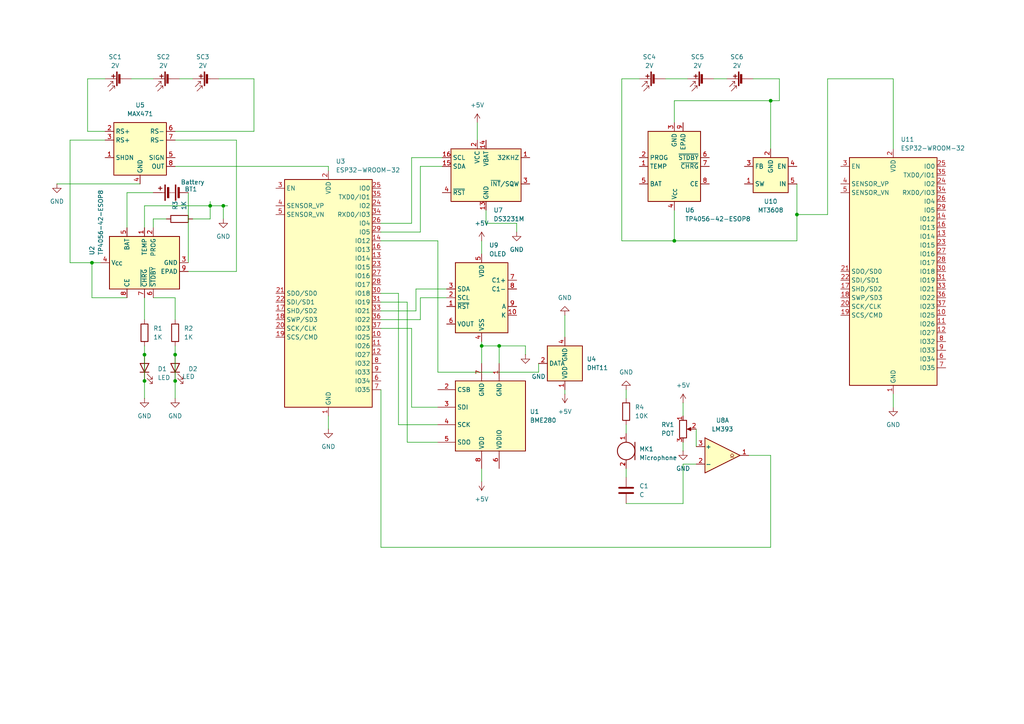
<source format=kicad_sch>
(kicad_sch
	(version 20250114)
	(generator "eeschema")
	(generator_version "9.0")
	(uuid "a82c1914-513f-4880-a44f-2079670a9786")
	(paper "A4")
	(lib_symbols
		(symbol "Amplifier_Current:MAX471"
			(exclude_from_sim no)
			(in_bom yes)
			(on_board yes)
			(property "Reference" "U"
				(at -7.62 8.89 0)
				(effects
					(font
						(size 1.27 1.27)
					)
					(justify left)
				)
			)
			(property "Value" "MAX471"
				(at 0 8.89 0)
				(effects
					(font
						(size 1.27 1.27)
					)
					(justify left)
				)
			)
			(property "Footprint" ""
				(at 0 0 0)
				(effects
					(font
						(size 1.27 1.27)
					)
					(hide yes)
				)
			)
			(property "Datasheet" "http://pdfserv.maximintegrated.com/en/ds/MAX471-MAX472.pdf"
				(at 0 0 0)
				(effects
					(font
						(size 1.27 1.27)
					)
					(hide yes)
				)
			)
			(property "Description" "Precision, High-Side, Current-Sense Amplifiers, DIP-8/SOIC-8"
				(at 0 0 0)
				(effects
					(font
						(size 1.27 1.27)
					)
					(hide yes)
				)
			)
			(property "ki_keywords" "current sense amplifier"
				(at 0 0 0)
				(effects
					(font
						(size 1.27 1.27)
					)
					(hide yes)
				)
			)
			(property "ki_fp_filters" "SOIC*3.9x4.9mm*P1.27mm* DIP*W7.62mm*"
				(at 0 0 0)
				(effects
					(font
						(size 1.27 1.27)
					)
					(hide yes)
				)
			)
			(symbol "MAX471_0_1"
				(rectangle
					(start -7.62 7.62)
					(end 7.62 -7.62)
					(stroke
						(width 0.254)
						(type default)
					)
					(fill
						(type background)
					)
				)
			)
			(symbol "MAX471_1_1"
				(pin input line
					(at -10.16 5.08 0)
					(length 2.54)
					(name "RS+"
						(effects
							(font
								(size 1.27 1.27)
							)
						)
					)
					(number "2"
						(effects
							(font
								(size 1.27 1.27)
							)
						)
					)
				)
				(pin input line
					(at -10.16 2.54 0)
					(length 2.54)
					(name "RS+"
						(effects
							(font
								(size 1.27 1.27)
							)
						)
					)
					(number "3"
						(effects
							(font
								(size 1.27 1.27)
							)
						)
					)
				)
				(pin input line
					(at -10.16 -2.54 0)
					(length 2.54)
					(name "SHDN"
						(effects
							(font
								(size 1.27 1.27)
							)
						)
					)
					(number "1"
						(effects
							(font
								(size 1.27 1.27)
							)
						)
					)
				)
				(pin power_in line
					(at 0 -10.16 90)
					(length 2.54)
					(name "GND"
						(effects
							(font
								(size 1.27 1.27)
							)
						)
					)
					(number "4"
						(effects
							(font
								(size 1.27 1.27)
							)
						)
					)
				)
				(pin input line
					(at 10.16 5.08 180)
					(length 2.54)
					(name "RS-"
						(effects
							(font
								(size 1.27 1.27)
							)
						)
					)
					(number "6"
						(effects
							(font
								(size 1.27 1.27)
							)
						)
					)
				)
				(pin input line
					(at 10.16 2.54 180)
					(length 2.54)
					(name "RS-"
						(effects
							(font
								(size 1.27 1.27)
							)
						)
					)
					(number "7"
						(effects
							(font
								(size 1.27 1.27)
							)
						)
					)
				)
				(pin open_collector line
					(at 10.16 -2.54 180)
					(length 2.54)
					(name "SIGN"
						(effects
							(font
								(size 1.27 1.27)
							)
						)
					)
					(number "5"
						(effects
							(font
								(size 1.27 1.27)
							)
						)
					)
				)
				(pin output line
					(at 10.16 -5.08 180)
					(length 2.54)
					(name "OUT"
						(effects
							(font
								(size 1.27 1.27)
							)
						)
					)
					(number "8"
						(effects
							(font
								(size 1.27 1.27)
							)
						)
					)
				)
			)
			(embedded_fonts no)
		)
		(symbol "Battery_Management:TP4056-42-ESOP8"
			(exclude_from_sim no)
			(in_bom yes)
			(on_board yes)
			(property "Reference" "U"
				(at -6.604 11.684 0)
				(effects
					(font
						(size 1.27 1.27)
					)
				)
			)
			(property "Value" "TP4056-42-ESOP8"
				(at 10.16 11.684 0)
				(effects
					(font
						(size 1.27 1.27)
					)
				)
			)
			(property "Footprint" "Package_SO:SOIC-8-1EP_3.9x4.9mm_P1.27mm_EP2.41x3.3mm_ThermalVias"
				(at 0.508 -22.86 0)
				(effects
					(font
						(size 1.27 1.27)
					)
					(hide yes)
				)
			)
			(property "Datasheet" "https://www.lcsc.com/datasheet/lcsc_datasheet_2410121619_TOPPOWER-Nanjing-Extension-Microelectronics-TP4056-42-ESOP8_C16581.pdf"
				(at 0 -25.4 0)
				(effects
					(font
						(size 1.27 1.27)
					)
					(hide yes)
				)
			)
			(property "Description" "1A Standalone Linear Li-ion/LiPo single-cell battery charger, 4.2V ±1% charge voltage, VCC = 4.0..8.0V, SOIC-8 (SOP-8)"
				(at 0.508 -20.32 0)
				(effects
					(font
						(size 1.27 1.27)
					)
					(hide yes)
				)
			)
			(property "ki_keywords" "lithium-ion lithium-polymer Li-Poly"
				(at 0 0 0)
				(effects
					(font
						(size 1.27 1.27)
					)
					(hide yes)
				)
			)
			(property "ki_fp_filters" "*SO*3.9x4.*P1.27mm*EP2.4*x3.3*mm*"
				(at 0 0 0)
				(effects
					(font
						(size 1.27 1.27)
					)
					(hide yes)
				)
			)
			(symbol "TP4056-42-ESOP8_1_0"
				(pin input line
					(at -10.16 5.08 0)
					(length 2.54)
					(name "CE"
						(effects
							(font
								(size 1.27 1.27)
							)
						)
					)
					(number "8"
						(effects
							(font
								(size 1.27 1.27)
							)
						)
					)
				)
				(pin open_collector line
					(at -10.16 0 0)
					(length 2.54)
					(name "~{CHRG}"
						(effects
							(font
								(size 1.27 1.27)
							)
						)
					)
					(number "7"
						(effects
							(font
								(size 1.27 1.27)
							)
						)
					)
				)
				(pin open_collector line
					(at -10.16 -2.54 0)
					(length 2.54)
					(name "~{STDBY}"
						(effects
							(font
								(size 1.27 1.27)
							)
						)
					)
					(number "6"
						(effects
							(font
								(size 1.27 1.27)
							)
						)
					)
				)
				(pin passive line
					(at -2.54 -12.7 90)
					(length 2.54)
					(name "EPAD"
						(effects
							(font
								(size 1.27 1.27)
							)
						)
					)
					(number "9"
						(effects
							(font
								(size 1.27 1.27)
							)
						)
					)
				)
				(pin power_in line
					(at 0 12.7 270)
					(length 2.54)
					(name "V_{CC}"
						(effects
							(font
								(size 1.27 1.27)
							)
						)
					)
					(number "4"
						(effects
							(font
								(size 1.27 1.27)
							)
						)
					)
				)
				(pin power_in line
					(at 0 -12.7 90)
					(length 2.54)
					(name "GND"
						(effects
							(font
								(size 1.27 1.27)
							)
						)
					)
					(number "3"
						(effects
							(font
								(size 1.27 1.27)
							)
						)
					)
				)
				(pin power_out line
					(at 10.16 5.08 180)
					(length 2.54)
					(name "BAT"
						(effects
							(font
								(size 1.27 1.27)
							)
						)
					)
					(number "5"
						(effects
							(font
								(size 1.27 1.27)
							)
						)
					)
				)
				(pin input line
					(at 10.16 0 180)
					(length 2.54)
					(name "TEMP"
						(effects
							(font
								(size 1.27 1.27)
							)
						)
					)
					(number "1"
						(effects
							(font
								(size 1.27 1.27)
							)
						)
					)
				)
				(pin passive line
					(at 10.16 -2.54 180)
					(length 2.54)
					(name "PROG"
						(effects
							(font
								(size 1.27 1.27)
							)
						)
					)
					(number "2"
						(effects
							(font
								(size 1.27 1.27)
							)
						)
					)
				)
			)
			(symbol "TP4056-42-ESOP8_1_1"
				(rectangle
					(start -7.62 10.16)
					(end 7.62 -10.16)
					(stroke
						(width 0.254)
						(type default)
					)
					(fill
						(type background)
					)
				)
			)
			(embedded_fonts no)
		)
		(symbol "Comparator:LM393"
			(pin_names
				(offset 0.127)
			)
			(exclude_from_sim no)
			(in_bom yes)
			(on_board yes)
			(property "Reference" "U"
				(at 3.81 3.81 0)
				(effects
					(font
						(size 1.27 1.27)
					)
				)
			)
			(property "Value" "LM393"
				(at 6.35 -3.81 0)
				(effects
					(font
						(size 1.27 1.27)
					)
				)
			)
			(property "Footprint" ""
				(at 0 0 0)
				(effects
					(font
						(size 1.27 1.27)
					)
					(hide yes)
				)
			)
			(property "Datasheet" "http://www.ti.com/lit/ds/symlink/lm393.pdf"
				(at 0 0 0)
				(effects
					(font
						(size 1.27 1.27)
					)
					(hide yes)
				)
			)
			(property "Description" "Low-Power, Low-Offset Voltage, Dual Comparators, DIP-8/SOIC-8/TO-99-8"
				(at 0 0 0)
				(effects
					(font
						(size 1.27 1.27)
					)
					(hide yes)
				)
			)
			(property "ki_locked" ""
				(at 0 0 0)
				(effects
					(font
						(size 1.27 1.27)
					)
				)
			)
			(property "ki_keywords" "cmp open collector"
				(at 0 0 0)
				(effects
					(font
						(size 1.27 1.27)
					)
					(hide yes)
				)
			)
			(property "ki_fp_filters" "SOIC*3.9x4.9mm*P1.27mm* DIP*W7.62mm* SOP*5.28x5.23mm*P1.27mm* VSSOP*3x3mm*P0.65mm* TSSOP*4.4x3mm*P0.65mm*"
				(at 0 0 0)
				(effects
					(font
						(size 1.27 1.27)
					)
					(hide yes)
				)
			)
			(symbol "LM393_1_1"
				(polyline
					(pts
						(xy -5.08 5.08) (xy 5.08 0) (xy -5.08 -5.08) (xy -5.08 5.08)
					)
					(stroke
						(width 0.254)
						(type default)
					)
					(fill
						(type background)
					)
				)
				(polyline
					(pts
						(xy 3.302 -0.508) (xy 2.794 -0.508) (xy 3.302 0) (xy 2.794 0.508) (xy 2.286 0) (xy 2.794 -0.508)
						(xy 2.286 -0.508)
					)
					(stroke
						(width 0.127)
						(type default)
					)
					(fill
						(type none)
					)
				)
				(pin input line
					(at -7.62 2.54 0)
					(length 2.54)
					(name "+"
						(effects
							(font
								(size 1.27 1.27)
							)
						)
					)
					(number "3"
						(effects
							(font
								(size 1.27 1.27)
							)
						)
					)
				)
				(pin input line
					(at -7.62 -2.54 0)
					(length 2.54)
					(name "-"
						(effects
							(font
								(size 1.27 1.27)
							)
						)
					)
					(number "2"
						(effects
							(font
								(size 1.27 1.27)
							)
						)
					)
				)
				(pin open_collector line
					(at 7.62 0 180)
					(length 2.54)
					(name "~"
						(effects
							(font
								(size 1.27 1.27)
							)
						)
					)
					(number "1"
						(effects
							(font
								(size 1.27 1.27)
							)
						)
					)
				)
			)
			(symbol "LM393_2_1"
				(polyline
					(pts
						(xy -5.08 5.08) (xy 5.08 0) (xy -5.08 -5.08) (xy -5.08 5.08)
					)
					(stroke
						(width 0.254)
						(type default)
					)
					(fill
						(type background)
					)
				)
				(polyline
					(pts
						(xy 3.302 -0.508) (xy 2.794 -0.508) (xy 3.302 0) (xy 2.794 0.508) (xy 2.286 0) (xy 2.794 -0.508)
						(xy 2.286 -0.508)
					)
					(stroke
						(width 0.127)
						(type default)
					)
					(fill
						(type none)
					)
				)
				(pin input line
					(at -7.62 2.54 0)
					(length 2.54)
					(name "+"
						(effects
							(font
								(size 1.27 1.27)
							)
						)
					)
					(number "5"
						(effects
							(font
								(size 1.27 1.27)
							)
						)
					)
				)
				(pin input line
					(at -7.62 -2.54 0)
					(length 2.54)
					(name "-"
						(effects
							(font
								(size 1.27 1.27)
							)
						)
					)
					(number "6"
						(effects
							(font
								(size 1.27 1.27)
							)
						)
					)
				)
				(pin open_collector line
					(at 7.62 0 180)
					(length 2.54)
					(name "~"
						(effects
							(font
								(size 1.27 1.27)
							)
						)
					)
					(number "7"
						(effects
							(font
								(size 1.27 1.27)
							)
						)
					)
				)
			)
			(symbol "LM393_3_1"
				(pin power_in line
					(at -2.54 7.62 270)
					(length 3.81)
					(name "V+"
						(effects
							(font
								(size 1.27 1.27)
							)
						)
					)
					(number "8"
						(effects
							(font
								(size 1.27 1.27)
							)
						)
					)
				)
				(pin power_in line
					(at -2.54 -7.62 90)
					(length 3.81)
					(name "V-"
						(effects
							(font
								(size 1.27 1.27)
							)
						)
					)
					(number "4"
						(effects
							(font
								(size 1.27 1.27)
							)
						)
					)
				)
			)
			(embedded_fonts no)
		)
		(symbol "Device:Battery"
			(pin_numbers
				(hide yes)
			)
			(pin_names
				(offset 0)
				(hide yes)
			)
			(exclude_from_sim no)
			(in_bom yes)
			(on_board yes)
			(property "Reference" "BT"
				(at 2.54 2.54 0)
				(effects
					(font
						(size 1.27 1.27)
					)
					(justify left)
				)
			)
			(property "Value" "Battery"
				(at 2.54 0 0)
				(effects
					(font
						(size 1.27 1.27)
					)
					(justify left)
				)
			)
			(property "Footprint" ""
				(at 0 1.524 90)
				(effects
					(font
						(size 1.27 1.27)
					)
					(hide yes)
				)
			)
			(property "Datasheet" "~"
				(at 0 1.524 90)
				(effects
					(font
						(size 1.27 1.27)
					)
					(hide yes)
				)
			)
			(property "Description" "Multiple-cell battery"
				(at 0 0 0)
				(effects
					(font
						(size 1.27 1.27)
					)
					(hide yes)
				)
			)
			(property "ki_keywords" "batt voltage-source cell"
				(at 0 0 0)
				(effects
					(font
						(size 1.27 1.27)
					)
					(hide yes)
				)
			)
			(symbol "Battery_0_1"
				(rectangle
					(start -2.286 1.778)
					(end 2.286 1.524)
					(stroke
						(width 0)
						(type default)
					)
					(fill
						(type outline)
					)
				)
				(rectangle
					(start -2.286 -1.27)
					(end 2.286 -1.524)
					(stroke
						(width 0)
						(type default)
					)
					(fill
						(type outline)
					)
				)
				(rectangle
					(start -1.524 1.016)
					(end 1.524 0.508)
					(stroke
						(width 0)
						(type default)
					)
					(fill
						(type outline)
					)
				)
				(rectangle
					(start -1.524 -2.032)
					(end 1.524 -2.54)
					(stroke
						(width 0)
						(type default)
					)
					(fill
						(type outline)
					)
				)
				(polyline
					(pts
						(xy 0 1.778) (xy 0 2.54)
					)
					(stroke
						(width 0)
						(type default)
					)
					(fill
						(type none)
					)
				)
				(polyline
					(pts
						(xy 0 0) (xy 0 0.254)
					)
					(stroke
						(width 0)
						(type default)
					)
					(fill
						(type none)
					)
				)
				(polyline
					(pts
						(xy 0 -0.508) (xy 0 -0.254)
					)
					(stroke
						(width 0)
						(type default)
					)
					(fill
						(type none)
					)
				)
				(polyline
					(pts
						(xy 0 -1.016) (xy 0 -0.762)
					)
					(stroke
						(width 0)
						(type default)
					)
					(fill
						(type none)
					)
				)
				(polyline
					(pts
						(xy 0.762 3.048) (xy 1.778 3.048)
					)
					(stroke
						(width 0.254)
						(type default)
					)
					(fill
						(type none)
					)
				)
				(polyline
					(pts
						(xy 1.27 3.556) (xy 1.27 2.54)
					)
					(stroke
						(width 0.254)
						(type default)
					)
					(fill
						(type none)
					)
				)
			)
			(symbol "Battery_1_1"
				(pin passive line
					(at 0 5.08 270)
					(length 2.54)
					(name "+"
						(effects
							(font
								(size 1.27 1.27)
							)
						)
					)
					(number "1"
						(effects
							(font
								(size 1.27 1.27)
							)
						)
					)
				)
				(pin passive line
					(at 0 -5.08 90)
					(length 2.54)
					(name "-"
						(effects
							(font
								(size 1.27 1.27)
							)
						)
					)
					(number "2"
						(effects
							(font
								(size 1.27 1.27)
							)
						)
					)
				)
			)
			(embedded_fonts no)
		)
		(symbol "Device:C"
			(pin_numbers
				(hide yes)
			)
			(pin_names
				(offset 0.254)
			)
			(exclude_from_sim no)
			(in_bom yes)
			(on_board yes)
			(property "Reference" "C"
				(at 0.635 2.54 0)
				(effects
					(font
						(size 1.27 1.27)
					)
					(justify left)
				)
			)
			(property "Value" "C"
				(at 0.635 -2.54 0)
				(effects
					(font
						(size 1.27 1.27)
					)
					(justify left)
				)
			)
			(property "Footprint" ""
				(at 0.9652 -3.81 0)
				(effects
					(font
						(size 1.27 1.27)
					)
					(hide yes)
				)
			)
			(property "Datasheet" "~"
				(at 0 0 0)
				(effects
					(font
						(size 1.27 1.27)
					)
					(hide yes)
				)
			)
			(property "Description" "Unpolarized capacitor"
				(at 0 0 0)
				(effects
					(font
						(size 1.27 1.27)
					)
					(hide yes)
				)
			)
			(property "ki_keywords" "cap capacitor"
				(at 0 0 0)
				(effects
					(font
						(size 1.27 1.27)
					)
					(hide yes)
				)
			)
			(property "ki_fp_filters" "C_*"
				(at 0 0 0)
				(effects
					(font
						(size 1.27 1.27)
					)
					(hide yes)
				)
			)
			(symbol "C_0_1"
				(polyline
					(pts
						(xy -2.032 0.762) (xy 2.032 0.762)
					)
					(stroke
						(width 0.508)
						(type default)
					)
					(fill
						(type none)
					)
				)
				(polyline
					(pts
						(xy -2.032 -0.762) (xy 2.032 -0.762)
					)
					(stroke
						(width 0.508)
						(type default)
					)
					(fill
						(type none)
					)
				)
			)
			(symbol "C_1_1"
				(pin passive line
					(at 0 3.81 270)
					(length 2.794)
					(name "~"
						(effects
							(font
								(size 1.27 1.27)
							)
						)
					)
					(number "1"
						(effects
							(font
								(size 1.27 1.27)
							)
						)
					)
				)
				(pin passive line
					(at 0 -3.81 90)
					(length 2.794)
					(name "~"
						(effects
							(font
								(size 1.27 1.27)
							)
						)
					)
					(number "2"
						(effects
							(font
								(size 1.27 1.27)
							)
						)
					)
				)
			)
			(embedded_fonts no)
		)
		(symbol "Device:LED"
			(pin_numbers
				(hide yes)
			)
			(pin_names
				(offset 1.016)
				(hide yes)
			)
			(exclude_from_sim no)
			(in_bom yes)
			(on_board yes)
			(property "Reference" "D"
				(at 0 2.54 0)
				(effects
					(font
						(size 1.27 1.27)
					)
				)
			)
			(property "Value" "LED"
				(at 0 -2.54 0)
				(effects
					(font
						(size 1.27 1.27)
					)
				)
			)
			(property "Footprint" ""
				(at 0 0 0)
				(effects
					(font
						(size 1.27 1.27)
					)
					(hide yes)
				)
			)
			(property "Datasheet" "~"
				(at 0 0 0)
				(effects
					(font
						(size 1.27 1.27)
					)
					(hide yes)
				)
			)
			(property "Description" "Light emitting diode"
				(at 0 0 0)
				(effects
					(font
						(size 1.27 1.27)
					)
					(hide yes)
				)
			)
			(property "Sim.Pins" "1=K 2=A"
				(at 0 0 0)
				(effects
					(font
						(size 1.27 1.27)
					)
					(hide yes)
				)
			)
			(property "ki_keywords" "LED diode"
				(at 0 0 0)
				(effects
					(font
						(size 1.27 1.27)
					)
					(hide yes)
				)
			)
			(property "ki_fp_filters" "LED* LED_SMD:* LED_THT:*"
				(at 0 0 0)
				(effects
					(font
						(size 1.27 1.27)
					)
					(hide yes)
				)
			)
			(symbol "LED_0_1"
				(polyline
					(pts
						(xy -3.048 -0.762) (xy -4.572 -2.286) (xy -3.81 -2.286) (xy -4.572 -2.286) (xy -4.572 -1.524)
					)
					(stroke
						(width 0)
						(type default)
					)
					(fill
						(type none)
					)
				)
				(polyline
					(pts
						(xy -1.778 -0.762) (xy -3.302 -2.286) (xy -2.54 -2.286) (xy -3.302 -2.286) (xy -3.302 -1.524)
					)
					(stroke
						(width 0)
						(type default)
					)
					(fill
						(type none)
					)
				)
				(polyline
					(pts
						(xy -1.27 0) (xy 1.27 0)
					)
					(stroke
						(width 0)
						(type default)
					)
					(fill
						(type none)
					)
				)
				(polyline
					(pts
						(xy -1.27 -1.27) (xy -1.27 1.27)
					)
					(stroke
						(width 0.254)
						(type default)
					)
					(fill
						(type none)
					)
				)
				(polyline
					(pts
						(xy 1.27 -1.27) (xy 1.27 1.27) (xy -1.27 0) (xy 1.27 -1.27)
					)
					(stroke
						(width 0.254)
						(type default)
					)
					(fill
						(type none)
					)
				)
			)
			(symbol "LED_1_1"
				(pin passive line
					(at -3.81 0 0)
					(length 2.54)
					(name "K"
						(effects
							(font
								(size 1.27 1.27)
							)
						)
					)
					(number "1"
						(effects
							(font
								(size 1.27 1.27)
							)
						)
					)
				)
				(pin passive line
					(at 3.81 0 180)
					(length 2.54)
					(name "A"
						(effects
							(font
								(size 1.27 1.27)
							)
						)
					)
					(number "2"
						(effects
							(font
								(size 1.27 1.27)
							)
						)
					)
				)
			)
			(embedded_fonts no)
		)
		(symbol "Device:Microphone"
			(pin_names
				(offset 0.0254)
				(hide yes)
			)
			(exclude_from_sim no)
			(in_bom yes)
			(on_board yes)
			(property "Reference" "MK"
				(at -3.81 1.27 0)
				(effects
					(font
						(size 1.27 1.27)
					)
					(justify right)
				)
			)
			(property "Value" "Microphone"
				(at -3.81 -0.635 0)
				(effects
					(font
						(size 1.27 1.27)
					)
					(justify right)
				)
			)
			(property "Footprint" ""
				(at 0 2.54 90)
				(effects
					(font
						(size 1.27 1.27)
					)
					(hide yes)
				)
			)
			(property "Datasheet" "~"
				(at 0 2.54 90)
				(effects
					(font
						(size 1.27 1.27)
					)
					(hide yes)
				)
			)
			(property "Description" "Microphone"
				(at 0 0 0)
				(effects
					(font
						(size 1.27 1.27)
					)
					(hide yes)
				)
			)
			(property "ki_keywords" "microphone"
				(at 0 0 0)
				(effects
					(font
						(size 1.27 1.27)
					)
					(hide yes)
				)
			)
			(symbol "Microphone_0_1"
				(polyline
					(pts
						(xy -2.54 2.54) (xy -2.54 -2.54)
					)
					(stroke
						(width 0.254)
						(type default)
					)
					(fill
						(type none)
					)
				)
				(circle
					(center 0 0)
					(radius 2.54)
					(stroke
						(width 0.254)
						(type default)
					)
					(fill
						(type none)
					)
				)
				(polyline
					(pts
						(xy 0.254 3.81) (xy 0.762 3.81)
					)
					(stroke
						(width 0)
						(type default)
					)
					(fill
						(type none)
					)
				)
				(polyline
					(pts
						(xy 0.508 4.064) (xy 0.508 3.556)
					)
					(stroke
						(width 0)
						(type default)
					)
					(fill
						(type none)
					)
				)
			)
			(symbol "Microphone_1_1"
				(pin passive line
					(at 0 5.08 270)
					(length 2.54)
					(name "+"
						(effects
							(font
								(size 1.27 1.27)
							)
						)
					)
					(number "2"
						(effects
							(font
								(size 1.27 1.27)
							)
						)
					)
				)
				(pin passive line
					(at 0 -5.08 90)
					(length 2.54)
					(name "-"
						(effects
							(font
								(size 1.27 1.27)
							)
						)
					)
					(number "1"
						(effects
							(font
								(size 1.27 1.27)
							)
						)
					)
				)
			)
			(embedded_fonts no)
		)
		(symbol "Device:R"
			(pin_numbers
				(hide yes)
			)
			(pin_names
				(offset 0)
			)
			(exclude_from_sim no)
			(in_bom yes)
			(on_board yes)
			(property "Reference" "R"
				(at 2.032 0 90)
				(effects
					(font
						(size 1.27 1.27)
					)
				)
			)
			(property "Value" "R"
				(at 0 0 90)
				(effects
					(font
						(size 1.27 1.27)
					)
				)
			)
			(property "Footprint" ""
				(at -1.778 0 90)
				(effects
					(font
						(size 1.27 1.27)
					)
					(hide yes)
				)
			)
			(property "Datasheet" "~"
				(at 0 0 0)
				(effects
					(font
						(size 1.27 1.27)
					)
					(hide yes)
				)
			)
			(property "Description" "Resistor"
				(at 0 0 0)
				(effects
					(font
						(size 1.27 1.27)
					)
					(hide yes)
				)
			)
			(property "ki_keywords" "R res resistor"
				(at 0 0 0)
				(effects
					(font
						(size 1.27 1.27)
					)
					(hide yes)
				)
			)
			(property "ki_fp_filters" "R_*"
				(at 0 0 0)
				(effects
					(font
						(size 1.27 1.27)
					)
					(hide yes)
				)
			)
			(symbol "R_0_1"
				(rectangle
					(start -1.016 -2.54)
					(end 1.016 2.54)
					(stroke
						(width 0.254)
						(type default)
					)
					(fill
						(type none)
					)
				)
			)
			(symbol "R_1_1"
				(pin passive line
					(at 0 3.81 270)
					(length 1.27)
					(name "~"
						(effects
							(font
								(size 1.27 1.27)
							)
						)
					)
					(number "1"
						(effects
							(font
								(size 1.27 1.27)
							)
						)
					)
				)
				(pin passive line
					(at 0 -3.81 90)
					(length 1.27)
					(name "~"
						(effects
							(font
								(size 1.27 1.27)
							)
						)
					)
					(number "2"
						(effects
							(font
								(size 1.27 1.27)
							)
						)
					)
				)
			)
			(embedded_fonts no)
		)
		(symbol "Device:R_Potentiometer"
			(pin_names
				(offset 1.016)
				(hide yes)
			)
			(exclude_from_sim no)
			(in_bom yes)
			(on_board yes)
			(property "Reference" "RV"
				(at -4.445 0 90)
				(effects
					(font
						(size 1.27 1.27)
					)
				)
			)
			(property "Value" "R_Potentiometer"
				(at -2.54 0 90)
				(effects
					(font
						(size 1.27 1.27)
					)
				)
			)
			(property "Footprint" ""
				(at 0 0 0)
				(effects
					(font
						(size 1.27 1.27)
					)
					(hide yes)
				)
			)
			(property "Datasheet" "~"
				(at 0 0 0)
				(effects
					(font
						(size 1.27 1.27)
					)
					(hide yes)
				)
			)
			(property "Description" "Potentiometer"
				(at 0 0 0)
				(effects
					(font
						(size 1.27 1.27)
					)
					(hide yes)
				)
			)
			(property "ki_keywords" "resistor variable"
				(at 0 0 0)
				(effects
					(font
						(size 1.27 1.27)
					)
					(hide yes)
				)
			)
			(property "ki_fp_filters" "Potentiometer*"
				(at 0 0 0)
				(effects
					(font
						(size 1.27 1.27)
					)
					(hide yes)
				)
			)
			(symbol "R_Potentiometer_0_1"
				(rectangle
					(start 1.016 2.54)
					(end -1.016 -2.54)
					(stroke
						(width 0.254)
						(type default)
					)
					(fill
						(type none)
					)
				)
				(polyline
					(pts
						(xy 1.143 0) (xy 2.286 0.508) (xy 2.286 -0.508) (xy 1.143 0)
					)
					(stroke
						(width 0)
						(type default)
					)
					(fill
						(type outline)
					)
				)
				(polyline
					(pts
						(xy 2.54 0) (xy 1.524 0)
					)
					(stroke
						(width 0)
						(type default)
					)
					(fill
						(type none)
					)
				)
			)
			(symbol "R_Potentiometer_1_1"
				(pin passive line
					(at 0 3.81 270)
					(length 1.27)
					(name "1"
						(effects
							(font
								(size 1.27 1.27)
							)
						)
					)
					(number "1"
						(effects
							(font
								(size 1.27 1.27)
							)
						)
					)
				)
				(pin passive line
					(at 0 -3.81 90)
					(length 1.27)
					(name "3"
						(effects
							(font
								(size 1.27 1.27)
							)
						)
					)
					(number "3"
						(effects
							(font
								(size 1.27 1.27)
							)
						)
					)
				)
				(pin passive line
					(at 3.81 0 180)
					(length 1.27)
					(name "2"
						(effects
							(font
								(size 1.27 1.27)
							)
						)
					)
					(number "2"
						(effects
							(font
								(size 1.27 1.27)
							)
						)
					)
				)
			)
			(embedded_fonts no)
		)
		(symbol "Device:Solar_Cell"
			(pin_numbers
				(hide yes)
			)
			(pin_names
				(offset 0)
				(hide yes)
			)
			(exclude_from_sim no)
			(in_bom yes)
			(on_board yes)
			(property "Reference" "SC"
				(at 2.54 2.54 0)
				(effects
					(font
						(size 1.27 1.27)
					)
					(justify left)
				)
			)
			(property "Value" "Solar_Cell"
				(at 2.54 0 0)
				(effects
					(font
						(size 1.27 1.27)
					)
					(justify left)
				)
			)
			(property "Footprint" ""
				(at 0 1.524 90)
				(effects
					(font
						(size 1.27 1.27)
					)
					(hide yes)
				)
			)
			(property "Datasheet" "~"
				(at 0 1.524 90)
				(effects
					(font
						(size 1.27 1.27)
					)
					(hide yes)
				)
			)
			(property "Description" "Single solar cell"
				(at 0 0 0)
				(effects
					(font
						(size 1.27 1.27)
					)
					(hide yes)
				)
			)
			(property "ki_keywords" "solar cell"
				(at 0 0 0)
				(effects
					(font
						(size 1.27 1.27)
					)
					(hide yes)
				)
			)
			(symbol "Solar_Cell_0_1"
				(polyline
					(pts
						(xy -2.032 3.048) (xy -2.032 2.286) (xy -2.794 2.286)
					)
					(stroke
						(width 0)
						(type default)
					)
					(fill
						(type none)
					)
				)
				(polyline
					(pts
						(xy -2.032 2.286) (xy -3.556 3.81)
					)
					(stroke
						(width 0)
						(type default)
					)
					(fill
						(type none)
					)
				)
				(rectangle
					(start -2.032 1.778)
					(end 2.032 1.524)
					(stroke
						(width 0)
						(type default)
					)
					(fill
						(type outline)
					)
				)
				(rectangle
					(start -1.3208 1.1938)
					(end 1.27 0.6858)
					(stroke
						(width 0)
						(type default)
					)
					(fill
						(type outline)
					)
				)
				(polyline
					(pts
						(xy -0.762 3.556) (xy -0.762 2.794) (xy -1.524 2.794)
					)
					(stroke
						(width 0)
						(type default)
					)
					(fill
						(type none)
					)
				)
				(polyline
					(pts
						(xy -0.762 2.794) (xy -2.286 4.318)
					)
					(stroke
						(width 0)
						(type default)
					)
					(fill
						(type none)
					)
				)
				(polyline
					(pts
						(xy 0 1.778) (xy 0 2.54)
					)
					(stroke
						(width 0)
						(type default)
					)
					(fill
						(type none)
					)
				)
				(polyline
					(pts
						(xy 0 0.762) (xy 0 0)
					)
					(stroke
						(width 0)
						(type default)
					)
					(fill
						(type none)
					)
				)
				(polyline
					(pts
						(xy 0.254 2.667) (xy 1.27 2.667)
					)
					(stroke
						(width 0.254)
						(type default)
					)
					(fill
						(type none)
					)
				)
				(polyline
					(pts
						(xy 0.762 3.175) (xy 0.762 2.159)
					)
					(stroke
						(width 0.254)
						(type default)
					)
					(fill
						(type none)
					)
				)
			)
			(symbol "Solar_Cell_1_1"
				(pin passive line
					(at 0 5.08 270)
					(length 2.54)
					(name "+"
						(effects
							(font
								(size 1.27 1.27)
							)
						)
					)
					(number "1"
						(effects
							(font
								(size 1.27 1.27)
							)
						)
					)
				)
				(pin passive line
					(at 0 -2.54 90)
					(length 2.54)
					(name "-"
						(effects
							(font
								(size 1.27 1.27)
							)
						)
					)
					(number "2"
						(effects
							(font
								(size 1.27 1.27)
							)
						)
					)
				)
			)
			(embedded_fonts no)
		)
		(symbol "Display_Character:NHD-C0220BIZ"
			(exclude_from_sim no)
			(in_bom yes)
			(on_board yes)
			(property "Reference" "U"
				(at -6.35 11.43 0)
				(effects
					(font
						(size 1.27 1.27)
					)
				)
			)
			(property "Value" "NHD-C0220BIZ"
				(at 8.89 11.43 0)
				(effects
					(font
						(size 1.27 1.27)
					)
				)
			)
			(property "Footprint" "Display:NHD-C0220BiZ"
				(at 0 -15.24 0)
				(effects
					(font
						(size 1.27 1.27)
					)
					(hide yes)
				)
			)
			(property "Datasheet" "http://www.newhavendisplay.com/specs/NHD-C0220BiZ-FSW-FBW-3V3M.pdf"
				(at -7.62 15.24 0)
				(effects
					(font
						(size 1.27 1.27)
					)
					(hide yes)
				)
			)
			(property "Description" "LCD 20x2 Alphanumeric 10pin Blue/White/Green Backlight, i2c, 3.3V VDD"
				(at 0 0 0)
				(effects
					(font
						(size 1.27 1.27)
					)
					(hide yes)
				)
			)
			(property "ki_keywords" "display LCD 20x2"
				(at 0 0 0)
				(effects
					(font
						(size 1.27 1.27)
					)
					(hide yes)
				)
			)
			(property "ki_fp_filters" "NHD*C0220BiZ*"
				(at 0 0 0)
				(effects
					(font
						(size 1.27 1.27)
					)
					(hide yes)
				)
			)
			(symbol "NHD-C0220BIZ_0_1"
				(rectangle
					(start -7.62 10.16)
					(end 7.62 -10.16)
					(stroke
						(width 0.254)
						(type default)
					)
					(fill
						(type background)
					)
				)
			)
			(symbol "NHD-C0220BIZ_1_1"
				(pin bidirectional line
					(at -10.16 2.54 0)
					(length 2.54)
					(name "SDA"
						(effects
							(font
								(size 1.27 1.27)
							)
						)
					)
					(number "3"
						(effects
							(font
								(size 1.27 1.27)
							)
						)
					)
				)
				(pin input line
					(at -10.16 0 0)
					(length 2.54)
					(name "SCL"
						(effects
							(font
								(size 1.27 1.27)
							)
						)
					)
					(number "2"
						(effects
							(font
								(size 1.27 1.27)
							)
						)
					)
				)
				(pin input line
					(at -10.16 -2.54 0)
					(length 2.54)
					(name "~{RST}"
						(effects
							(font
								(size 1.27 1.27)
							)
						)
					)
					(number "1"
						(effects
							(font
								(size 1.27 1.27)
							)
						)
					)
				)
				(pin passive line
					(at -10.16 -7.62 0)
					(length 2.54)
					(name "VOUT"
						(effects
							(font
								(size 1.27 1.27)
							)
						)
					)
					(number "6"
						(effects
							(font
								(size 1.27 1.27)
							)
						)
					)
				)
				(pin power_in line
					(at 0 12.7 270)
					(length 2.54)
					(name "VDD"
						(effects
							(font
								(size 1.27 1.27)
							)
						)
					)
					(number "5"
						(effects
							(font
								(size 1.27 1.27)
							)
						)
					)
				)
				(pin power_in line
					(at 0 -12.7 90)
					(length 2.54)
					(name "VSS"
						(effects
							(font
								(size 1.27 1.27)
							)
						)
					)
					(number "4"
						(effects
							(font
								(size 1.27 1.27)
							)
						)
					)
				)
				(pin passive line
					(at 10.16 5.08 180)
					(length 2.54)
					(name "C1+"
						(effects
							(font
								(size 1.27 1.27)
							)
						)
					)
					(number "7"
						(effects
							(font
								(size 1.27 1.27)
							)
						)
					)
				)
				(pin passive line
					(at 10.16 2.54 180)
					(length 2.54)
					(name "C1-"
						(effects
							(font
								(size 1.27 1.27)
							)
						)
					)
					(number "8"
						(effects
							(font
								(size 1.27 1.27)
							)
						)
					)
				)
				(pin passive line
					(at 10.16 -2.54 180)
					(length 2.54)
					(name "A"
						(effects
							(font
								(size 1.27 1.27)
							)
						)
					)
					(number "9"
						(effects
							(font
								(size 1.27 1.27)
							)
						)
					)
				)
				(pin passive line
					(at 10.16 -5.08 180)
					(length 2.54)
					(name "K"
						(effects
							(font
								(size 1.27 1.27)
							)
						)
					)
					(number "10"
						(effects
							(font
								(size 1.27 1.27)
							)
						)
					)
				)
			)
			(embedded_fonts no)
		)
		(symbol "RF_Module:ESP32-WROOM-32"
			(exclude_from_sim no)
			(in_bom yes)
			(on_board yes)
			(property "Reference" "U"
				(at -12.7 34.29 0)
				(effects
					(font
						(size 1.27 1.27)
					)
					(justify left)
				)
			)
			(property "Value" "ESP32-WROOM-32"
				(at 1.27 34.29 0)
				(effects
					(font
						(size 1.27 1.27)
					)
					(justify left)
				)
			)
			(property "Footprint" "RF_Module:ESP32-WROOM-32"
				(at 0 -38.1 0)
				(effects
					(font
						(size 1.27 1.27)
					)
					(hide yes)
				)
			)
			(property "Datasheet" "https://www.espressif.com/sites/default/files/documentation/esp32-wroom-32_datasheet_en.pdf"
				(at -7.62 1.27 0)
				(effects
					(font
						(size 1.27 1.27)
					)
					(hide yes)
				)
			)
			(property "Description" "RF Module, ESP32-D0WDQ6 SoC, Wi-Fi 802.11b/g/n, Bluetooth, BLE, 32-bit, 2.7-3.6V, onboard antenna, SMD"
				(at 0 0 0)
				(effects
					(font
						(size 1.27 1.27)
					)
					(hide yes)
				)
			)
			(property "ki_keywords" "RF Radio BT ESP ESP32 Espressif onboard PCB antenna"
				(at 0 0 0)
				(effects
					(font
						(size 1.27 1.27)
					)
					(hide yes)
				)
			)
			(property "ki_fp_filters" "ESP32?WROOM?32*"
				(at 0 0 0)
				(effects
					(font
						(size 1.27 1.27)
					)
					(hide yes)
				)
			)
			(symbol "ESP32-WROOM-32_0_1"
				(rectangle
					(start -12.7 33.02)
					(end 12.7 -33.02)
					(stroke
						(width 0.254)
						(type default)
					)
					(fill
						(type background)
					)
				)
			)
			(symbol "ESP32-WROOM-32_1_1"
				(pin input line
					(at -15.24 30.48 0)
					(length 2.54)
					(name "EN"
						(effects
							(font
								(size 1.27 1.27)
							)
						)
					)
					(number "3"
						(effects
							(font
								(size 1.27 1.27)
							)
						)
					)
				)
				(pin input line
					(at -15.24 25.4 0)
					(length 2.54)
					(name "SENSOR_VP"
						(effects
							(font
								(size 1.27 1.27)
							)
						)
					)
					(number "4"
						(effects
							(font
								(size 1.27 1.27)
							)
						)
					)
				)
				(pin input line
					(at -15.24 22.86 0)
					(length 2.54)
					(name "SENSOR_VN"
						(effects
							(font
								(size 1.27 1.27)
							)
						)
					)
					(number "5"
						(effects
							(font
								(size 1.27 1.27)
							)
						)
					)
				)
				(pin bidirectional line
					(at -15.24 0 0)
					(length 2.54)
					(name "SDO/SD0"
						(effects
							(font
								(size 1.27 1.27)
							)
						)
					)
					(number "21"
						(effects
							(font
								(size 1.27 1.27)
							)
						)
					)
				)
				(pin bidirectional line
					(at -15.24 -2.54 0)
					(length 2.54)
					(name "SDI/SD1"
						(effects
							(font
								(size 1.27 1.27)
							)
						)
					)
					(number "22"
						(effects
							(font
								(size 1.27 1.27)
							)
						)
					)
				)
				(pin bidirectional line
					(at -15.24 -5.08 0)
					(length 2.54)
					(name "SHD/SD2"
						(effects
							(font
								(size 1.27 1.27)
							)
						)
					)
					(number "17"
						(effects
							(font
								(size 1.27 1.27)
							)
						)
					)
				)
				(pin bidirectional line
					(at -15.24 -7.62 0)
					(length 2.54)
					(name "SWP/SD3"
						(effects
							(font
								(size 1.27 1.27)
							)
						)
					)
					(number "18"
						(effects
							(font
								(size 1.27 1.27)
							)
						)
					)
				)
				(pin bidirectional line
					(at -15.24 -10.16 0)
					(length 2.54)
					(name "SCK/CLK"
						(effects
							(font
								(size 1.27 1.27)
							)
						)
					)
					(number "20"
						(effects
							(font
								(size 1.27 1.27)
							)
						)
					)
				)
				(pin bidirectional line
					(at -15.24 -12.7 0)
					(length 2.54)
					(name "SCS/CMD"
						(effects
							(font
								(size 1.27 1.27)
							)
						)
					)
					(number "19"
						(effects
							(font
								(size 1.27 1.27)
							)
						)
					)
				)
				(pin no_connect line
					(at -12.7 -27.94 0)
					(length 2.54)
					(hide yes)
					(name "NC"
						(effects
							(font
								(size 1.27 1.27)
							)
						)
					)
					(number "32"
						(effects
							(font
								(size 1.27 1.27)
							)
						)
					)
				)
				(pin power_in line
					(at 0 35.56 270)
					(length 2.54)
					(name "VDD"
						(effects
							(font
								(size 1.27 1.27)
							)
						)
					)
					(number "2"
						(effects
							(font
								(size 1.27 1.27)
							)
						)
					)
				)
				(pin power_in line
					(at 0 -35.56 90)
					(length 2.54)
					(name "GND"
						(effects
							(font
								(size 1.27 1.27)
							)
						)
					)
					(number "1"
						(effects
							(font
								(size 1.27 1.27)
							)
						)
					)
				)
				(pin passive line
					(at 0 -35.56 90)
					(length 2.54)
					(hide yes)
					(name "GND"
						(effects
							(font
								(size 1.27 1.27)
							)
						)
					)
					(number "15"
						(effects
							(font
								(size 1.27 1.27)
							)
						)
					)
				)
				(pin passive line
					(at 0 -35.56 90)
					(length 2.54)
					(hide yes)
					(name "GND"
						(effects
							(font
								(size 1.27 1.27)
							)
						)
					)
					(number "38"
						(effects
							(font
								(size 1.27 1.27)
							)
						)
					)
				)
				(pin passive line
					(at 0 -35.56 90)
					(length 2.54)
					(hide yes)
					(name "GND"
						(effects
							(font
								(size 1.27 1.27)
							)
						)
					)
					(number "39"
						(effects
							(font
								(size 1.27 1.27)
							)
						)
					)
				)
				(pin bidirectional line
					(at 15.24 30.48 180)
					(length 2.54)
					(name "IO0"
						(effects
							(font
								(size 1.27 1.27)
							)
						)
					)
					(number "25"
						(effects
							(font
								(size 1.27 1.27)
							)
						)
					)
				)
				(pin bidirectional line
					(at 15.24 27.94 180)
					(length 2.54)
					(name "TXD0/IO1"
						(effects
							(font
								(size 1.27 1.27)
							)
						)
					)
					(number "35"
						(effects
							(font
								(size 1.27 1.27)
							)
						)
					)
				)
				(pin bidirectional line
					(at 15.24 25.4 180)
					(length 2.54)
					(name "IO2"
						(effects
							(font
								(size 1.27 1.27)
							)
						)
					)
					(number "24"
						(effects
							(font
								(size 1.27 1.27)
							)
						)
					)
				)
				(pin bidirectional line
					(at 15.24 22.86 180)
					(length 2.54)
					(name "RXD0/IO3"
						(effects
							(font
								(size 1.27 1.27)
							)
						)
					)
					(number "34"
						(effects
							(font
								(size 1.27 1.27)
							)
						)
					)
				)
				(pin bidirectional line
					(at 15.24 20.32 180)
					(length 2.54)
					(name "IO4"
						(effects
							(font
								(size 1.27 1.27)
							)
						)
					)
					(number "26"
						(effects
							(font
								(size 1.27 1.27)
							)
						)
					)
				)
				(pin bidirectional line
					(at 15.24 17.78 180)
					(length 2.54)
					(name "IO5"
						(effects
							(font
								(size 1.27 1.27)
							)
						)
					)
					(number "29"
						(effects
							(font
								(size 1.27 1.27)
							)
						)
					)
				)
				(pin bidirectional line
					(at 15.24 15.24 180)
					(length 2.54)
					(name "IO12"
						(effects
							(font
								(size 1.27 1.27)
							)
						)
					)
					(number "14"
						(effects
							(font
								(size 1.27 1.27)
							)
						)
					)
				)
				(pin bidirectional line
					(at 15.24 12.7 180)
					(length 2.54)
					(name "IO13"
						(effects
							(font
								(size 1.27 1.27)
							)
						)
					)
					(number "16"
						(effects
							(font
								(size 1.27 1.27)
							)
						)
					)
				)
				(pin bidirectional line
					(at 15.24 10.16 180)
					(length 2.54)
					(name "IO14"
						(effects
							(font
								(size 1.27 1.27)
							)
						)
					)
					(number "13"
						(effects
							(font
								(size 1.27 1.27)
							)
						)
					)
				)
				(pin bidirectional line
					(at 15.24 7.62 180)
					(length 2.54)
					(name "IO15"
						(effects
							(font
								(size 1.27 1.27)
							)
						)
					)
					(number "23"
						(effects
							(font
								(size 1.27 1.27)
							)
						)
					)
				)
				(pin bidirectional line
					(at 15.24 5.08 180)
					(length 2.54)
					(name "IO16"
						(effects
							(font
								(size 1.27 1.27)
							)
						)
					)
					(number "27"
						(effects
							(font
								(size 1.27 1.27)
							)
						)
					)
				)
				(pin bidirectional line
					(at 15.24 2.54 180)
					(length 2.54)
					(name "IO17"
						(effects
							(font
								(size 1.27 1.27)
							)
						)
					)
					(number "28"
						(effects
							(font
								(size 1.27 1.27)
							)
						)
					)
				)
				(pin bidirectional line
					(at 15.24 0 180)
					(length 2.54)
					(name "IO18"
						(effects
							(font
								(size 1.27 1.27)
							)
						)
					)
					(number "30"
						(effects
							(font
								(size 1.27 1.27)
							)
						)
					)
				)
				(pin bidirectional line
					(at 15.24 -2.54 180)
					(length 2.54)
					(name "IO19"
						(effects
							(font
								(size 1.27 1.27)
							)
						)
					)
					(number "31"
						(effects
							(font
								(size 1.27 1.27)
							)
						)
					)
				)
				(pin bidirectional line
					(at 15.24 -5.08 180)
					(length 2.54)
					(name "IO21"
						(effects
							(font
								(size 1.27 1.27)
							)
						)
					)
					(number "33"
						(effects
							(font
								(size 1.27 1.27)
							)
						)
					)
				)
				(pin bidirectional line
					(at 15.24 -7.62 180)
					(length 2.54)
					(name "IO22"
						(effects
							(font
								(size 1.27 1.27)
							)
						)
					)
					(number "36"
						(effects
							(font
								(size 1.27 1.27)
							)
						)
					)
				)
				(pin bidirectional line
					(at 15.24 -10.16 180)
					(length 2.54)
					(name "IO23"
						(effects
							(font
								(size 1.27 1.27)
							)
						)
					)
					(number "37"
						(effects
							(font
								(size 1.27 1.27)
							)
						)
					)
				)
				(pin bidirectional line
					(at 15.24 -12.7 180)
					(length 2.54)
					(name "IO25"
						(effects
							(font
								(size 1.27 1.27)
							)
						)
					)
					(number "10"
						(effects
							(font
								(size 1.27 1.27)
							)
						)
					)
				)
				(pin bidirectional line
					(at 15.24 -15.24 180)
					(length 2.54)
					(name "IO26"
						(effects
							(font
								(size 1.27 1.27)
							)
						)
					)
					(number "11"
						(effects
							(font
								(size 1.27 1.27)
							)
						)
					)
				)
				(pin bidirectional line
					(at 15.24 -17.78 180)
					(length 2.54)
					(name "IO27"
						(effects
							(font
								(size 1.27 1.27)
							)
						)
					)
					(number "12"
						(effects
							(font
								(size 1.27 1.27)
							)
						)
					)
				)
				(pin bidirectional line
					(at 15.24 -20.32 180)
					(length 2.54)
					(name "IO32"
						(effects
							(font
								(size 1.27 1.27)
							)
						)
					)
					(number "8"
						(effects
							(font
								(size 1.27 1.27)
							)
						)
					)
				)
				(pin bidirectional line
					(at 15.24 -22.86 180)
					(length 2.54)
					(name "IO33"
						(effects
							(font
								(size 1.27 1.27)
							)
						)
					)
					(number "9"
						(effects
							(font
								(size 1.27 1.27)
							)
						)
					)
				)
				(pin input line
					(at 15.24 -25.4 180)
					(length 2.54)
					(name "IO34"
						(effects
							(font
								(size 1.27 1.27)
							)
						)
					)
					(number "6"
						(effects
							(font
								(size 1.27 1.27)
							)
						)
					)
				)
				(pin input line
					(at 15.24 -27.94 180)
					(length 2.54)
					(name "IO35"
						(effects
							(font
								(size 1.27 1.27)
							)
						)
					)
					(number "7"
						(effects
							(font
								(size 1.27 1.27)
							)
						)
					)
				)
			)
			(embedded_fonts no)
		)
		(symbol "Regulator_Switching:MT3608"
			(exclude_from_sim no)
			(in_bom yes)
			(on_board yes)
			(property "Reference" "U"
				(at -2.54 8.89 0)
				(effects
					(font
						(size 1.27 1.27)
					)
					(justify left)
				)
			)
			(property "Value" "MT3608"
				(at -3.81 6.35 0)
				(effects
					(font
						(size 1.27 1.27)
					)
					(justify left)
				)
			)
			(property "Footprint" "Package_TO_SOT_SMD:SOT-23-6"
				(at 1.27 -6.35 0)
				(effects
					(font
						(size 1.27 1.27)
						(italic yes)
					)
					(justify left)
					(hide yes)
				)
			)
			(property "Datasheet" "https://www.olimex.com/Products/Breadboarding/BB-PWR-3608/resources/MT3608.pdf"
				(at -6.35 11.43 0)
				(effects
					(font
						(size 1.27 1.27)
					)
					(hide yes)
				)
			)
			(property "Description" "High Efficiency 1.2MHz 2A Step Up Converter, 2-24V Vin, 28V Vout, 4A current limit, 1.2MHz, SOT23-6"
				(at 0 0 0)
				(effects
					(font
						(size 1.27 1.27)
					)
					(hide yes)
				)
			)
			(property "ki_keywords" "Step-Up Boost DC-DC Regulator Adjustable"
				(at 0 0 0)
				(effects
					(font
						(size 1.27 1.27)
					)
					(hide yes)
				)
			)
			(property "ki_fp_filters" "SOT*23*"
				(at 0 0 0)
				(effects
					(font
						(size 1.27 1.27)
					)
					(hide yes)
				)
			)
			(symbol "MT3608_0_1"
				(rectangle
					(start -5.08 5.08)
					(end 5.08 -5.08)
					(stroke
						(width 0.254)
						(type default)
					)
					(fill
						(type background)
					)
				)
			)
			(symbol "MT3608_1_1"
				(pin power_in line
					(at -7.62 2.54 0)
					(length 2.54)
					(name "IN"
						(effects
							(font
								(size 1.27 1.27)
							)
						)
					)
					(number "5"
						(effects
							(font
								(size 1.27 1.27)
							)
						)
					)
				)
				(pin input line
					(at -7.62 -2.54 0)
					(length 2.54)
					(name "EN"
						(effects
							(font
								(size 1.27 1.27)
							)
						)
					)
					(number "4"
						(effects
							(font
								(size 1.27 1.27)
							)
						)
					)
				)
				(pin power_in line
					(at 0 -7.62 90)
					(length 2.54)
					(name "GND"
						(effects
							(font
								(size 1.27 1.27)
							)
						)
					)
					(number "2"
						(effects
							(font
								(size 1.27 1.27)
							)
						)
					)
				)
				(pin no_connect line
					(at 5.08 0 180)
					(length 2.54)
					(hide yes)
					(name "NC"
						(effects
							(font
								(size 1.27 1.27)
							)
						)
					)
					(number "6"
						(effects
							(font
								(size 1.27 1.27)
							)
						)
					)
				)
				(pin passive line
					(at 7.62 2.54 180)
					(length 2.54)
					(name "SW"
						(effects
							(font
								(size 1.27 1.27)
							)
						)
					)
					(number "1"
						(effects
							(font
								(size 1.27 1.27)
							)
						)
					)
				)
				(pin input line
					(at 7.62 -2.54 180)
					(length 2.54)
					(name "FB"
						(effects
							(font
								(size 1.27 1.27)
							)
						)
					)
					(number "3"
						(effects
							(font
								(size 1.27 1.27)
							)
						)
					)
				)
			)
			(embedded_fonts no)
		)
		(symbol "Sensor:BME280"
			(exclude_from_sim no)
			(in_bom yes)
			(on_board yes)
			(property "Reference" "U"
				(at -8.89 11.43 0)
				(effects
					(font
						(size 1.27 1.27)
					)
				)
			)
			(property "Value" "BME280"
				(at 7.62 11.43 0)
				(effects
					(font
						(size 1.27 1.27)
					)
				)
			)
			(property "Footprint" "Package_LGA:Bosch_LGA-8_2.5x2.5mm_P0.65mm_ClockwisePinNumbering"
				(at 38.1 -11.43 0)
				(effects
					(font
						(size 1.27 1.27)
					)
					(hide yes)
				)
			)
			(property "Datasheet" "https://www.bosch-sensortec.com/media/boschsensortec/downloads/datasheets/bst-bme280-ds002.pdf"
				(at 0 -5.08 0)
				(effects
					(font
						(size 1.27 1.27)
					)
					(hide yes)
				)
			)
			(property "Description" "3-in-1 sensor, humidity, pressure, temperature, I2C and SPI interface, 1.71-3.6V, LGA-8"
				(at 0 0 0)
				(effects
					(font
						(size 1.27 1.27)
					)
					(hide yes)
				)
			)
			(property "ki_keywords" "Bosch pressure humidity temperature environment environmental measurement digital"
				(at 0 0 0)
				(effects
					(font
						(size 1.27 1.27)
					)
					(hide yes)
				)
			)
			(property "ki_fp_filters" "*LGA*2.5x2.5mm*P0.65mm*Clockwise*"
				(at 0 0 0)
				(effects
					(font
						(size 1.27 1.27)
					)
					(hide yes)
				)
			)
			(symbol "BME280_0_1"
				(rectangle
					(start -10.16 10.16)
					(end 10.16 -10.16)
					(stroke
						(width 0.254)
						(type default)
					)
					(fill
						(type background)
					)
				)
			)
			(symbol "BME280_1_1"
				(pin power_in line
					(at -2.54 15.24 270)
					(length 5.08)
					(name "VDDIO"
						(effects
							(font
								(size 1.27 1.27)
							)
						)
					)
					(number "6"
						(effects
							(font
								(size 1.27 1.27)
							)
						)
					)
				)
				(pin power_in line
					(at -2.54 -15.24 90)
					(length 5.08)
					(name "GND"
						(effects
							(font
								(size 1.27 1.27)
							)
						)
					)
					(number "1"
						(effects
							(font
								(size 1.27 1.27)
							)
						)
					)
				)
				(pin power_in line
					(at 2.54 15.24 270)
					(length 5.08)
					(name "VDD"
						(effects
							(font
								(size 1.27 1.27)
							)
						)
					)
					(number "8"
						(effects
							(font
								(size 1.27 1.27)
							)
						)
					)
				)
				(pin power_in line
					(at 2.54 -15.24 90)
					(length 5.08)
					(name "GND"
						(effects
							(font
								(size 1.27 1.27)
							)
						)
					)
					(number "7"
						(effects
							(font
								(size 1.27 1.27)
							)
						)
					)
				)
				(pin bidirectional line
					(at 15.24 7.62 180)
					(length 5.08)
					(name "SDO"
						(effects
							(font
								(size 1.27 1.27)
							)
						)
					)
					(number "5"
						(effects
							(font
								(size 1.27 1.27)
							)
						)
					)
				)
				(pin input line
					(at 15.24 2.54 180)
					(length 5.08)
					(name "SCK"
						(effects
							(font
								(size 1.27 1.27)
							)
						)
					)
					(number "4"
						(effects
							(font
								(size 1.27 1.27)
							)
						)
					)
				)
				(pin bidirectional line
					(at 15.24 -2.54 180)
					(length 5.08)
					(name "SDI"
						(effects
							(font
								(size 1.27 1.27)
							)
						)
					)
					(number "3"
						(effects
							(font
								(size 1.27 1.27)
							)
						)
					)
				)
				(pin input line
					(at 15.24 -7.62 180)
					(length 5.08)
					(name "CSB"
						(effects
							(font
								(size 1.27 1.27)
							)
						)
					)
					(number "2"
						(effects
							(font
								(size 1.27 1.27)
							)
						)
					)
				)
			)
			(embedded_fonts no)
		)
		(symbol "Sensor:DHT11"
			(exclude_from_sim no)
			(in_bom yes)
			(on_board yes)
			(property "Reference" "U"
				(at -3.81 6.35 0)
				(effects
					(font
						(size 1.27 1.27)
					)
				)
			)
			(property "Value" "DHT11"
				(at 3.81 6.35 0)
				(effects
					(font
						(size 1.27 1.27)
					)
				)
			)
			(property "Footprint" "Sensor:Aosong_DHT11_5.5x12.0_P2.54mm"
				(at 0 -10.16 0)
				(effects
					(font
						(size 1.27 1.27)
					)
					(hide yes)
				)
			)
			(property "Datasheet" "http://akizukidenshi.com/download/ds/aosong/DHT11.pdf"
				(at 3.81 6.35 0)
				(effects
					(font
						(size 1.27 1.27)
					)
					(hide yes)
				)
			)
			(property "Description" "3.3V to 5.5V, temperature and humidity module, DHT11"
				(at 0 0 0)
				(effects
					(font
						(size 1.27 1.27)
					)
					(hide yes)
				)
			)
			(property "ki_keywords" "digital sensor"
				(at 0 0 0)
				(effects
					(font
						(size 1.27 1.27)
					)
					(hide yes)
				)
			)
			(property "ki_fp_filters" "Aosong*DHT11*5.5x12.0*P2.54mm*"
				(at 0 0 0)
				(effects
					(font
						(size 1.27 1.27)
					)
					(hide yes)
				)
			)
			(symbol "DHT11_0_1"
				(rectangle
					(start -5.08 5.08)
					(end 5.08 -5.08)
					(stroke
						(width 0.254)
						(type default)
					)
					(fill
						(type background)
					)
				)
			)
			(symbol "DHT11_1_1"
				(pin no_connect line
					(at -5.08 0 0)
					(length 2.54)
					(hide yes)
					(name "NC"
						(effects
							(font
								(size 1.27 1.27)
							)
						)
					)
					(number "3"
						(effects
							(font
								(size 1.27 1.27)
							)
						)
					)
				)
				(pin power_in line
					(at 0 7.62 270)
					(length 2.54)
					(name "VDD"
						(effects
							(font
								(size 1.27 1.27)
							)
						)
					)
					(number "1"
						(effects
							(font
								(size 1.27 1.27)
							)
						)
					)
				)
				(pin power_in line
					(at 0 -7.62 90)
					(length 2.54)
					(name "GND"
						(effects
							(font
								(size 1.27 1.27)
							)
						)
					)
					(number "4"
						(effects
							(font
								(size 1.27 1.27)
							)
						)
					)
				)
				(pin bidirectional line
					(at 7.62 0 180)
					(length 2.54)
					(name "DATA"
						(effects
							(font
								(size 1.27 1.27)
							)
						)
					)
					(number "2"
						(effects
							(font
								(size 1.27 1.27)
							)
						)
					)
				)
			)
			(embedded_fonts no)
		)
		(symbol "Timer_RTC:DS3231M"
			(exclude_from_sim no)
			(in_bom yes)
			(on_board yes)
			(property "Reference" "U"
				(at -7.62 8.89 0)
				(effects
					(font
						(size 1.27 1.27)
					)
					(justify right)
				)
			)
			(property "Value" "DS3231M"
				(at 10.16 8.89 0)
				(effects
					(font
						(size 1.27 1.27)
					)
					(justify right)
				)
			)
			(property "Footprint" "Package_SO:SOIC-16W_7.5x10.3mm_P1.27mm"
				(at 0 -15.24 0)
				(effects
					(font
						(size 1.27 1.27)
					)
					(hide yes)
				)
			)
			(property "Datasheet" "http://datasheets.maximintegrated.com/en/ds/DS3231.pdf"
				(at 6.858 1.27 0)
				(effects
					(font
						(size 1.27 1.27)
					)
					(hide yes)
				)
			)
			(property "Description" "Extremely Accurate I2C-Integrated RTC/TCXO/Crystal SOIC-16"
				(at 0 0 0)
				(effects
					(font
						(size 1.27 1.27)
					)
					(hide yes)
				)
			)
			(property "ki_keywords" "RTC TCXO Realtime Time Clock Crystal Oscillator I2C"
				(at 0 0 0)
				(effects
					(font
						(size 1.27 1.27)
					)
					(hide yes)
				)
			)
			(property "ki_fp_filters" "SOIC*7.5x10.3mm*P1.27mm*"
				(at 0 0 0)
				(effects
					(font
						(size 1.27 1.27)
					)
					(hide yes)
				)
			)
			(symbol "DS3231M_0_1"
				(rectangle
					(start -10.16 7.62)
					(end 10.16 -7.62)
					(stroke
						(width 0.254)
						(type default)
					)
					(fill
						(type background)
					)
				)
			)
			(symbol "DS3231M_1_1"
				(pin input line
					(at -12.7 5.08 0)
					(length 2.54)
					(name "SCL"
						(effects
							(font
								(size 1.27 1.27)
							)
						)
					)
					(number "16"
						(effects
							(font
								(size 1.27 1.27)
							)
						)
					)
				)
				(pin bidirectional line
					(at -12.7 2.54 0)
					(length 2.54)
					(name "SDA"
						(effects
							(font
								(size 1.27 1.27)
							)
						)
					)
					(number "15"
						(effects
							(font
								(size 1.27 1.27)
							)
						)
					)
				)
				(pin bidirectional line
					(at -12.7 -5.08 0)
					(length 2.54)
					(name "~{RST}"
						(effects
							(font
								(size 1.27 1.27)
							)
						)
					)
					(number "4"
						(effects
							(font
								(size 1.27 1.27)
							)
						)
					)
				)
				(pin power_in line
					(at -2.54 10.16 270)
					(length 2.54)
					(name "VCC"
						(effects
							(font
								(size 1.27 1.27)
							)
						)
					)
					(number "2"
						(effects
							(font
								(size 1.27 1.27)
							)
						)
					)
				)
				(pin power_in line
					(at 0 10.16 270)
					(length 2.54)
					(name "VBAT"
						(effects
							(font
								(size 1.27 1.27)
							)
						)
					)
					(number "14"
						(effects
							(font
								(size 1.27 1.27)
							)
						)
					)
				)
				(pin passive line
					(at 0 -10.16 90)
					(length 2.54)
					(hide yes)
					(name "GND"
						(effects
							(font
								(size 1.27 1.27)
							)
						)
					)
					(number "10"
						(effects
							(font
								(size 1.27 1.27)
							)
						)
					)
				)
				(pin passive line
					(at 0 -10.16 90)
					(length 2.54)
					(hide yes)
					(name "GND"
						(effects
							(font
								(size 1.27 1.27)
							)
						)
					)
					(number "11"
						(effects
							(font
								(size 1.27 1.27)
							)
						)
					)
				)
				(pin passive line
					(at 0 -10.16 90)
					(length 2.54)
					(hide yes)
					(name "GND"
						(effects
							(font
								(size 1.27 1.27)
							)
						)
					)
					(number "12"
						(effects
							(font
								(size 1.27 1.27)
							)
						)
					)
				)
				(pin power_in line
					(at 0 -10.16 90)
					(length 2.54)
					(name "GND"
						(effects
							(font
								(size 1.27 1.27)
							)
						)
					)
					(number "13"
						(effects
							(font
								(size 1.27 1.27)
							)
						)
					)
				)
				(pin passive line
					(at 0 -10.16 90)
					(length 2.54)
					(hide yes)
					(name "GND"
						(effects
							(font
								(size 1.27 1.27)
							)
						)
					)
					(number "5"
						(effects
							(font
								(size 1.27 1.27)
							)
						)
					)
				)
				(pin passive line
					(at 0 -10.16 90)
					(length 2.54)
					(hide yes)
					(name "GND"
						(effects
							(font
								(size 1.27 1.27)
							)
						)
					)
					(number "6"
						(effects
							(font
								(size 1.27 1.27)
							)
						)
					)
				)
				(pin passive line
					(at 0 -10.16 90)
					(length 2.54)
					(hide yes)
					(name "GND"
						(effects
							(font
								(size 1.27 1.27)
							)
						)
					)
					(number "7"
						(effects
							(font
								(size 1.27 1.27)
							)
						)
					)
				)
				(pin passive line
					(at 0 -10.16 90)
					(length 2.54)
					(hide yes)
					(name "GND"
						(effects
							(font
								(size 1.27 1.27)
							)
						)
					)
					(number "8"
						(effects
							(font
								(size 1.27 1.27)
							)
						)
					)
				)
				(pin passive line
					(at 0 -10.16 90)
					(length 2.54)
					(hide yes)
					(name "GND"
						(effects
							(font
								(size 1.27 1.27)
							)
						)
					)
					(number "9"
						(effects
							(font
								(size 1.27 1.27)
							)
						)
					)
				)
				(pin open_collector line
					(at 12.7 5.08 180)
					(length 2.54)
					(name "32KHZ"
						(effects
							(font
								(size 1.27 1.27)
							)
						)
					)
					(number "1"
						(effects
							(font
								(size 1.27 1.27)
							)
						)
					)
				)
				(pin open_collector line
					(at 12.7 -2.54 180)
					(length 2.54)
					(name "~{INT}/SQW"
						(effects
							(font
								(size 1.27 1.27)
							)
						)
					)
					(number "3"
						(effects
							(font
								(size 1.27 1.27)
							)
						)
					)
				)
			)
			(embedded_fonts no)
		)
		(symbol "power:+5V"
			(power)
			(pin_numbers
				(hide yes)
			)
			(pin_names
				(offset 0)
				(hide yes)
			)
			(exclude_from_sim no)
			(in_bom yes)
			(on_board yes)
			(property "Reference" "#PWR"
				(at 0 -3.81 0)
				(effects
					(font
						(size 1.27 1.27)
					)
					(hide yes)
				)
			)
			(property "Value" "+5V"
				(at 0 3.556 0)
				(effects
					(font
						(size 1.27 1.27)
					)
				)
			)
			(property "Footprint" ""
				(at 0 0 0)
				(effects
					(font
						(size 1.27 1.27)
					)
					(hide yes)
				)
			)
			(property "Datasheet" ""
				(at 0 0 0)
				(effects
					(font
						(size 1.27 1.27)
					)
					(hide yes)
				)
			)
			(property "Description" "Power symbol creates a global label with name \"+5V\""
				(at 0 0 0)
				(effects
					(font
						(size 1.27 1.27)
					)
					(hide yes)
				)
			)
			(property "ki_keywords" "global power"
				(at 0 0 0)
				(effects
					(font
						(size 1.27 1.27)
					)
					(hide yes)
				)
			)
			(symbol "+5V_0_1"
				(polyline
					(pts
						(xy -0.762 1.27) (xy 0 2.54)
					)
					(stroke
						(width 0)
						(type default)
					)
					(fill
						(type none)
					)
				)
				(polyline
					(pts
						(xy 0 2.54) (xy 0.762 1.27)
					)
					(stroke
						(width 0)
						(type default)
					)
					(fill
						(type none)
					)
				)
				(polyline
					(pts
						(xy 0 0) (xy 0 2.54)
					)
					(stroke
						(width 0)
						(type default)
					)
					(fill
						(type none)
					)
				)
			)
			(symbol "+5V_1_1"
				(pin power_in line
					(at 0 0 90)
					(length 0)
					(name "~"
						(effects
							(font
								(size 1.27 1.27)
							)
						)
					)
					(number "1"
						(effects
							(font
								(size 1.27 1.27)
							)
						)
					)
				)
			)
			(embedded_fonts no)
		)
		(symbol "power:GND"
			(power)
			(pin_numbers
				(hide yes)
			)
			(pin_names
				(offset 0)
				(hide yes)
			)
			(exclude_from_sim no)
			(in_bom yes)
			(on_board yes)
			(property "Reference" "#PWR"
				(at 0 -6.35 0)
				(effects
					(font
						(size 1.27 1.27)
					)
					(hide yes)
				)
			)
			(property "Value" "GND"
				(at 0 -3.81 0)
				(effects
					(font
						(size 1.27 1.27)
					)
				)
			)
			(property "Footprint" ""
				(at 0 0 0)
				(effects
					(font
						(size 1.27 1.27)
					)
					(hide yes)
				)
			)
			(property "Datasheet" ""
				(at 0 0 0)
				(effects
					(font
						(size 1.27 1.27)
					)
					(hide yes)
				)
			)
			(property "Description" "Power symbol creates a global label with name \"GND\" , ground"
				(at 0 0 0)
				(effects
					(font
						(size 1.27 1.27)
					)
					(hide yes)
				)
			)
			(property "ki_keywords" "global power"
				(at 0 0 0)
				(effects
					(font
						(size 1.27 1.27)
					)
					(hide yes)
				)
			)
			(symbol "GND_0_1"
				(polyline
					(pts
						(xy 0 0) (xy 0 -1.27) (xy 1.27 -1.27) (xy 0 -2.54) (xy -1.27 -1.27) (xy 0 -1.27)
					)
					(stroke
						(width 0)
						(type default)
					)
					(fill
						(type none)
					)
				)
			)
			(symbol "GND_1_1"
				(pin power_in line
					(at 0 0 270)
					(length 0)
					(name "~"
						(effects
							(font
								(size 1.27 1.27)
							)
						)
					)
					(number "1"
						(effects
							(font
								(size 1.27 1.27)
							)
						)
					)
				)
			)
			(embedded_fonts no)
		)
	)
	(junction
		(at 41.91 110.49)
		(diameter 0)
		(color 0 0 0 0)
		(uuid "34dc4004-92bf-4218-9d3c-99601ee6881a")
	)
	(junction
		(at 144.78 100.33)
		(diameter 0)
		(color 0 0 0 0)
		(uuid "34f940f4-1bc7-4519-b902-ef7e23d79d12")
	)
	(junction
		(at 195.58 69.85)
		(diameter 0)
		(color 0 0 0 0)
		(uuid "482df59a-88c0-4e81-bef9-44516768bf7d")
	)
	(junction
		(at 50.8 102.87)
		(diameter 0)
		(color 0 0 0 0)
		(uuid "68a3cdda-4e34-4fa5-b19e-dd37a94a6638")
	)
	(junction
		(at 223.52 29.21)
		(diameter 0)
		(color 0 0 0 0)
		(uuid "6d27d4a4-04f3-441e-bfed-778602db4ac8")
	)
	(junction
		(at 231.14 62.23)
		(diameter 0)
		(color 0 0 0 0)
		(uuid "853bb1f8-33ac-4611-959d-8dcbae441022")
	)
	(junction
		(at 64.77 59.69)
		(diameter 0)
		(color 0 0 0 0)
		(uuid "a8929033-c3fb-487b-bc7d-aea392f3cac9")
	)
	(junction
		(at 50.8 110.49)
		(diameter 0)
		(color 0 0 0 0)
		(uuid "c95f3caf-7ac0-4b2a-98c0-6fefb7dcf8ab")
	)
	(junction
		(at 139.7 100.33)
		(diameter 0)
		(color 0 0 0 0)
		(uuid "dd577251-3918-4d55-ba60-b00df89499e8")
	)
	(junction
		(at 60.96 59.69)
		(diameter 0)
		(color 0 0 0 0)
		(uuid "e22ba26e-7af7-4513-9e51-4a6c98fe193c")
	)
	(junction
		(at 41.91 102.87)
		(diameter 0)
		(color 0 0 0 0)
		(uuid "e54b8d9f-7ec8-41cf-bc77-53cd871fd7bc")
	)
	(junction
		(at 26.67 76.2)
		(diameter 0)
		(color 0 0 0 0)
		(uuid "fecafbe4-9b90-4b1b-a0ff-778b40d0999e")
	)
	(wire
		(pts
			(xy 152.4 100.33) (xy 152.4 102.87)
		)
		(stroke
			(width 0)
			(type default)
		)
		(uuid "03a36e24-f8b1-415f-9fc4-e1bd19881f8d")
	)
	(wire
		(pts
			(xy 240.03 62.23) (xy 240.03 22.86)
		)
		(stroke
			(width 0)
			(type default)
		)
		(uuid "0453412e-0bb3-4e08-a8eb-f43a32627998")
	)
	(wire
		(pts
			(xy 36.83 55.88) (xy 44.45 55.88)
		)
		(stroke
			(width 0)
			(type default)
		)
		(uuid "087e0e5a-3327-47b8-83b3-690df3bedcbf")
	)
	(wire
		(pts
			(xy 115.57 85.09) (xy 110.49 85.09)
		)
		(stroke
			(width 0)
			(type default)
		)
		(uuid "09c754d5-7cf7-4752-ab1e-b621f6db763a")
	)
	(wire
		(pts
			(xy 41.91 100.33) (xy 41.91 102.87)
		)
		(stroke
			(width 0)
			(type default)
		)
		(uuid "0f081643-997e-4b26-9030-634216857e99")
	)
	(wire
		(pts
			(xy 115.57 123.19) (xy 115.57 85.09)
		)
		(stroke
			(width 0)
			(type default)
		)
		(uuid "1111ab23-c952-4767-b946-7ffd3797b9f8")
	)
	(wire
		(pts
			(xy 163.83 91.44) (xy 163.83 97.79)
		)
		(stroke
			(width 0)
			(type default)
		)
		(uuid "12129195-ef67-4df0-bcfb-db1612a7bd01")
	)
	(wire
		(pts
			(xy 259.08 114.3) (xy 259.08 118.11)
		)
		(stroke
			(width 0)
			(type default)
		)
		(uuid "146a4b81-191e-4f16-8e6d-f5bebcb797e6")
	)
	(wire
		(pts
			(xy 110.49 113.03) (xy 110.49 158.75)
		)
		(stroke
			(width 0)
			(type default)
		)
		(uuid "148c174f-5987-4f3b-b10c-f217d33cdaca")
	)
	(wire
		(pts
			(xy 60.96 59.69) (xy 64.77 59.69)
		)
		(stroke
			(width 0)
			(type default)
		)
		(uuid "160b8b32-c8fe-441d-a16b-9b6aed4d96df")
	)
	(wire
		(pts
			(xy 50.8 100.33) (xy 50.8 102.87)
		)
		(stroke
			(width 0)
			(type default)
		)
		(uuid "1ad445e8-4be3-4c9f-a6fd-f6bc151d8771")
	)
	(wire
		(pts
			(xy 50.8 40.64) (xy 68.58 40.64)
		)
		(stroke
			(width 0)
			(type default)
		)
		(uuid "1bfb398a-df50-4517-8f6a-a92574944f7d")
	)
	(wire
		(pts
			(xy 16.51 53.34) (xy 40.64 53.34)
		)
		(stroke
			(width 0)
			(type default)
		)
		(uuid "1d0de867-a8ca-44af-8f96-9f13c9eec7b9")
	)
	(wire
		(pts
			(xy 127 69.85) (xy 127 107.95)
		)
		(stroke
			(width 0)
			(type default)
		)
		(uuid "20b2f632-13e0-41c7-bd96-d795ea3b2ac7")
	)
	(wire
		(pts
			(xy 149.86 64.77) (xy 149.86 67.31)
		)
		(stroke
			(width 0)
			(type default)
		)
		(uuid "21592e70-26b3-4c62-99d4-2627762be452")
	)
	(wire
		(pts
			(xy 50.8 110.49) (xy 50.8 102.87)
		)
		(stroke
			(width 0)
			(type default)
		)
		(uuid "21aee31f-5ab7-43fe-a173-053cce7f1f9b")
	)
	(wire
		(pts
			(xy 156.21 105.41) (xy 156.21 107.95)
		)
		(stroke
			(width 0)
			(type default)
		)
		(uuid "2446739d-1036-417c-bd6e-c6a902ed2169")
	)
	(wire
		(pts
			(xy 95.25 48.26) (xy 95.25 49.53)
		)
		(stroke
			(width 0)
			(type default)
		)
		(uuid "2725fbf5-f1f5-448b-8242-a02355ed7e03")
	)
	(wire
		(pts
			(xy 38.1 22.86) (xy 44.45 22.86)
		)
		(stroke
			(width 0)
			(type default)
		)
		(uuid "27c5821e-b75d-45a9-9b7b-68dee21f8c0e")
	)
	(wire
		(pts
			(xy 20.32 40.64) (xy 20.32 76.2)
		)
		(stroke
			(width 0)
			(type default)
		)
		(uuid "2844e173-8bc4-40b7-9b88-028866c2097e")
	)
	(wire
		(pts
			(xy 50.8 48.26) (xy 95.25 48.26)
		)
		(stroke
			(width 0)
			(type default)
		)
		(uuid "28ee9dd5-53ea-408f-93c7-3f3cb6a0b0b8")
	)
	(wire
		(pts
			(xy 41.91 110.49) (xy 41.91 102.87)
		)
		(stroke
			(width 0)
			(type default)
		)
		(uuid "2b1bbd9d-451e-4205-8cdb-ccaf84ee5ba5")
	)
	(wire
		(pts
			(xy 118.11 128.27) (xy 118.11 87.63)
		)
		(stroke
			(width 0)
			(type default)
		)
		(uuid "35354ec3-a5cd-4027-af8d-8c4b8d18d096")
	)
	(wire
		(pts
			(xy 198.12 134.62) (xy 201.93 134.62)
		)
		(stroke
			(width 0)
			(type default)
		)
		(uuid "39c7228f-89c0-4260-864d-41d70dc36f30")
	)
	(wire
		(pts
			(xy 52.07 22.86) (xy 55.88 22.86)
		)
		(stroke
			(width 0)
			(type default)
		)
		(uuid "3cd7ec47-3103-468c-a109-515338a8d13f")
	)
	(wire
		(pts
			(xy 231.14 62.23) (xy 240.03 62.23)
		)
		(stroke
			(width 0)
			(type default)
		)
		(uuid "3d72041c-2e47-44cb-8b9c-17207f9b4fe3")
	)
	(wire
		(pts
			(xy 120.65 83.82) (xy 129.54 83.82)
		)
		(stroke
			(width 0)
			(type default)
		)
		(uuid "3e6807f2-efa0-43a9-bd8d-9f9ee0f0bcfe")
	)
	(wire
		(pts
			(xy 259.08 22.86) (xy 259.08 43.18)
		)
		(stroke
			(width 0)
			(type default)
		)
		(uuid "41bfdcbd-0e72-442f-a776-f0d0ccab2c04")
	)
	(wire
		(pts
			(xy 121.92 67.31) (xy 110.49 67.31)
		)
		(stroke
			(width 0)
			(type default)
		)
		(uuid "445820dd-c90d-4489-ac32-6a8a55c54abc")
	)
	(wire
		(pts
			(xy 198.12 146.05) (xy 198.12 134.62)
		)
		(stroke
			(width 0)
			(type default)
		)
		(uuid "44a2fe10-df9a-4359-8ca2-5695f3de4feb")
	)
	(wire
		(pts
			(xy 44.45 86.36) (xy 50.8 86.36)
		)
		(stroke
			(width 0)
			(type default)
		)
		(uuid "4831adce-a2cb-40c1-9e1e-b7dceb47e13b")
	)
	(wire
		(pts
			(xy 195.58 69.85) (xy 195.58 60.96)
		)
		(stroke
			(width 0)
			(type default)
		)
		(uuid "4c2238a9-f6e2-4c95-9e2e-02be77880aa9")
	)
	(wire
		(pts
			(xy 60.96 59.69) (xy 60.96 58.42)
		)
		(stroke
			(width 0)
			(type default)
		)
		(uuid "4ce1668e-7340-4466-8cfd-2d7ffde668ca")
	)
	(wire
		(pts
			(xy 139.7 100.33) (xy 144.78 100.33)
		)
		(stroke
			(width 0)
			(type default)
		)
		(uuid "51e43391-f0a8-44b1-905e-47e22554a860")
	)
	(wire
		(pts
			(xy 127 69.85) (xy 110.49 69.85)
		)
		(stroke
			(width 0)
			(type default)
		)
		(uuid "53ad0d68-5584-4f41-9b09-918e31fd8db8")
	)
	(wire
		(pts
			(xy 195.58 29.21) (xy 223.52 29.21)
		)
		(stroke
			(width 0)
			(type default)
		)
		(uuid "59ecf2b6-ddda-4cfd-82d7-0621d0e7bc9f")
	)
	(wire
		(pts
			(xy 223.52 29.21) (xy 226.06 29.21)
		)
		(stroke
			(width 0)
			(type default)
		)
		(uuid "5a3f782b-ba94-4c83-a974-614fd6d73930")
	)
	(wire
		(pts
			(xy 30.48 22.86) (xy 25.4 22.86)
		)
		(stroke
			(width 0)
			(type default)
		)
		(uuid "5adde30c-7691-4893-9705-6f36fc129896")
	)
	(wire
		(pts
			(xy 20.32 76.2) (xy 26.67 76.2)
		)
		(stroke
			(width 0)
			(type default)
		)
		(uuid "5b9f1cd6-2c2e-4f86-a4cd-4896c2c9a636")
	)
	(wire
		(pts
			(xy 201.93 124.46) (xy 201.93 129.54)
		)
		(stroke
			(width 0)
			(type default)
		)
		(uuid "5d4f2a00-1ee3-42ac-827e-f166bac831c3")
	)
	(wire
		(pts
			(xy 54.61 55.88) (xy 54.61 76.2)
		)
		(stroke
			(width 0)
			(type default)
		)
		(uuid "614e6b26-fc2a-4772-9cae-b4f1494b7984")
	)
	(wire
		(pts
			(xy 119.38 95.25) (xy 110.49 95.25)
		)
		(stroke
			(width 0)
			(type default)
		)
		(uuid "629100d1-a4d6-4367-9962-1127db41d6d3")
	)
	(wire
		(pts
			(xy 223.52 29.21) (xy 223.52 43.18)
		)
		(stroke
			(width 0)
			(type default)
		)
		(uuid "646ea261-84b2-40ac-8661-d612bc17948e")
	)
	(wire
		(pts
			(xy 118.11 87.63) (xy 110.49 87.63)
		)
		(stroke
			(width 0)
			(type default)
		)
		(uuid "66c60ea3-4358-47ef-baa3-6b544ee989a0")
	)
	(wire
		(pts
			(xy 198.12 116.84) (xy 198.12 120.65)
		)
		(stroke
			(width 0)
			(type default)
		)
		(uuid "6a1b0ec3-741b-47bc-9a1d-bcac4dd12b98")
	)
	(wire
		(pts
			(xy 68.58 40.64) (xy 68.58 78.74)
		)
		(stroke
			(width 0)
			(type default)
		)
		(uuid "6ae0f2b8-e482-4972-8bfa-efe758670352")
	)
	(wire
		(pts
			(xy 68.58 78.74) (xy 54.61 78.74)
		)
		(stroke
			(width 0)
			(type default)
		)
		(uuid "6e28b8cc-9687-4f86-83a1-af67e10368ff")
	)
	(wire
		(pts
			(xy 25.4 22.86) (xy 25.4 38.1)
		)
		(stroke
			(width 0)
			(type default)
		)
		(uuid "6ea4c649-2d48-4bea-a72f-17e0c502f58e")
	)
	(wire
		(pts
			(xy 110.49 158.75) (xy 223.52 158.75)
		)
		(stroke
			(width 0)
			(type default)
		)
		(uuid "6ff90b64-0cbd-4ca8-b972-dafed7e3e49a")
	)
	(wire
		(pts
			(xy 95.25 120.65) (xy 95.25 124.46)
		)
		(stroke
			(width 0)
			(type default)
		)
		(uuid "71bc73f6-c7b9-4a43-b006-2920fef2f799")
	)
	(wire
		(pts
			(xy 50.8 86.36) (xy 50.8 92.71)
		)
		(stroke
			(width 0)
			(type default)
		)
		(uuid "7305920d-3a6a-44fa-9bc0-854517f59dc0")
	)
	(wire
		(pts
			(xy 127 118.11) (xy 119.38 118.11)
		)
		(stroke
			(width 0)
			(type default)
		)
		(uuid "732297a8-8207-4304-8567-04a28413695b")
	)
	(wire
		(pts
			(xy 163.83 113.03) (xy 163.83 114.3)
		)
		(stroke
			(width 0)
			(type default)
		)
		(uuid "7392724a-69f7-4ad6-8dbe-f5b732016723")
	)
	(wire
		(pts
			(xy 231.14 69.85) (xy 195.58 69.85)
		)
		(stroke
			(width 0)
			(type default)
		)
		(uuid "775bc099-8f7d-488f-91ba-42d7842de884")
	)
	(wire
		(pts
			(xy 128.27 48.26) (xy 121.92 48.26)
		)
		(stroke
			(width 0)
			(type default)
		)
		(uuid "77f66b4c-5f43-4b33-8712-5fae56bfe05a")
	)
	(wire
		(pts
			(xy 180.34 69.85) (xy 195.58 69.85)
		)
		(stroke
			(width 0)
			(type default)
		)
		(uuid "7901992f-4da0-48e1-9c60-b9980d14d734")
	)
	(wire
		(pts
			(xy 181.61 123.19) (xy 181.61 125.73)
		)
		(stroke
			(width 0)
			(type default)
		)
		(uuid "79082fcf-2f21-4b29-9b80-a2343a4f1634")
	)
	(wire
		(pts
			(xy 127 123.19) (xy 115.57 123.19)
		)
		(stroke
			(width 0)
			(type default)
		)
		(uuid "799c5e9b-9185-4261-af95-b400c3a87c85")
	)
	(wire
		(pts
			(xy 110.49 90.17) (xy 120.65 90.17)
		)
		(stroke
			(width 0)
			(type default)
		)
		(uuid "7b19feff-d048-40cf-9979-09c84a308d57")
	)
	(wire
		(pts
			(xy 26.67 76.2) (xy 29.21 76.2)
		)
		(stroke
			(width 0)
			(type default)
		)
		(uuid "7b5479ff-1c81-4358-816a-8bf68c2f2b71")
	)
	(wire
		(pts
			(xy 41.91 59.69) (xy 60.96 59.69)
		)
		(stroke
			(width 0)
			(type default)
		)
		(uuid "7e301c3a-ab0f-4414-92ad-a8879dffe3a3")
	)
	(wire
		(pts
			(xy 156.21 107.95) (xy 127 107.95)
		)
		(stroke
			(width 0)
			(type default)
		)
		(uuid "82b9c9e5-7126-4945-8fea-d8981e5d34b6")
	)
	(wire
		(pts
			(xy 181.61 146.05) (xy 198.12 146.05)
		)
		(stroke
			(width 0)
			(type default)
		)
		(uuid "85a4703c-8edb-4da5-b443-2bab337c5148")
	)
	(wire
		(pts
			(xy 223.52 132.08) (xy 217.17 132.08)
		)
		(stroke
			(width 0)
			(type default)
		)
		(uuid "86fb9612-6e3d-4323-a711-a1d917cebfcb")
	)
	(wire
		(pts
			(xy 119.38 118.11) (xy 119.38 95.25)
		)
		(stroke
			(width 0)
			(type default)
		)
		(uuid "89a47064-1764-4c49-a362-46188c2b5de5")
	)
	(wire
		(pts
			(xy 127 128.27) (xy 118.11 128.27)
		)
		(stroke
			(width 0)
			(type default)
		)
		(uuid "8aab5c9f-136d-4cdc-9a29-87963353fbfd")
	)
	(wire
		(pts
			(xy 110.49 64.77) (xy 119.38 64.77)
		)
		(stroke
			(width 0)
			(type default)
		)
		(uuid "8b6ef457-4f87-485d-9b6d-aab01ec3d84f")
	)
	(wire
		(pts
			(xy 139.7 99.06) (xy 139.7 100.33)
		)
		(stroke
			(width 0)
			(type default)
		)
		(uuid "8d0c4a53-9f0b-4ddf-92fa-c1bee419ad0a")
	)
	(wire
		(pts
			(xy 26.67 76.2) (xy 26.67 86.36)
		)
		(stroke
			(width 0)
			(type default)
		)
		(uuid "8fbaf53b-1f4f-433f-a087-6c939fa1941a")
	)
	(wire
		(pts
			(xy 41.91 110.49) (xy 41.91 115.57)
		)
		(stroke
			(width 0)
			(type default)
		)
		(uuid "90923930-1124-4b8c-8595-bc49dbede472")
	)
	(wire
		(pts
			(xy 231.14 62.23) (xy 231.14 69.85)
		)
		(stroke
			(width 0)
			(type default)
		)
		(uuid "95891525-6cff-47e7-a4d5-6df3c0a00ceb")
	)
	(wire
		(pts
			(xy 121.92 92.71) (xy 110.49 92.71)
		)
		(stroke
			(width 0)
			(type default)
		)
		(uuid "98a5f396-bf35-4587-94e8-e0d4de00a69c")
	)
	(wire
		(pts
			(xy 185.42 22.86) (xy 180.34 22.86)
		)
		(stroke
			(width 0)
			(type default)
		)
		(uuid "9b109fcd-d882-44b6-aded-444b300565a7")
	)
	(wire
		(pts
			(xy 139.7 69.85) (xy 139.7 73.66)
		)
		(stroke
			(width 0)
			(type default)
		)
		(uuid "9d9dd84c-b100-4897-91df-926b05f92806")
	)
	(wire
		(pts
			(xy 226.06 29.21) (xy 226.06 22.86)
		)
		(stroke
			(width 0)
			(type default)
		)
		(uuid "9ec71f60-aced-4fd7-8967-16220f8ad01d")
	)
	(wire
		(pts
			(xy 198.12 128.27) (xy 198.12 130.81)
		)
		(stroke
			(width 0)
			(type default)
		)
		(uuid "a0200fbe-c974-4753-9448-78fa515e50de")
	)
	(wire
		(pts
			(xy 44.45 63.5) (xy 48.26 63.5)
		)
		(stroke
			(width 0)
			(type default)
		)
		(uuid "a2bec035-5a16-4769-bdf2-cf50da1962be")
	)
	(wire
		(pts
			(xy 50.8 110.49) (xy 50.8 115.57)
		)
		(stroke
			(width 0)
			(type default)
		)
		(uuid "a4224519-c4a6-4343-8351-25e441b8d135")
	)
	(wire
		(pts
			(xy 139.7 105.41) (xy 139.7 100.33)
		)
		(stroke
			(width 0)
			(type default)
		)
		(uuid "a5ee1c39-c2e3-4499-ae1c-e61c9aa2e394")
	)
	(wire
		(pts
			(xy 25.4 38.1) (xy 30.48 38.1)
		)
		(stroke
			(width 0)
			(type default)
		)
		(uuid "a669db9f-5916-4135-95e8-5b5ea7690a23")
	)
	(wire
		(pts
			(xy 66.04 59.69) (xy 64.77 59.69)
		)
		(stroke
			(width 0)
			(type default)
		)
		(uuid "a936c267-8cfe-4126-93ba-e59a230e549b")
	)
	(wire
		(pts
			(xy 240.03 22.86) (xy 259.08 22.86)
		)
		(stroke
			(width 0)
			(type default)
		)
		(uuid "aa53bcc7-fa5e-4754-ab53-0977deb8a219")
	)
	(wire
		(pts
			(xy 60.96 63.5) (xy 60.96 59.69)
		)
		(stroke
			(width 0)
			(type default)
		)
		(uuid "b5bc548d-b51d-46ad-9281-53c5697a629f")
	)
	(wire
		(pts
			(xy 30.48 40.64) (xy 20.32 40.64)
		)
		(stroke
			(width 0)
			(type default)
		)
		(uuid "b73ac8de-bfbf-49bd-89e7-a50bc4630f24")
	)
	(wire
		(pts
			(xy 140.97 60.96) (xy 140.97 64.77)
		)
		(stroke
			(width 0)
			(type default)
		)
		(uuid "b9a2de61-0c54-449d-bf20-d5673fba71fb")
	)
	(wire
		(pts
			(xy 231.14 53.34) (xy 231.14 62.23)
		)
		(stroke
			(width 0)
			(type default)
		)
		(uuid "b9eac874-c4d0-4a38-ba8d-e0b85c8ed880")
	)
	(wire
		(pts
			(xy 121.92 86.36) (xy 121.92 92.71)
		)
		(stroke
			(width 0)
			(type default)
		)
		(uuid "bae08cb5-f857-4059-a8f0-c2aa26944cf3")
	)
	(wire
		(pts
			(xy 193.04 22.86) (xy 199.39 22.86)
		)
		(stroke
			(width 0)
			(type default)
		)
		(uuid "bd2c1b91-ca38-4c46-86f3-e01615b163a4")
	)
	(wire
		(pts
			(xy 207.01 22.86) (xy 210.82 22.86)
		)
		(stroke
			(width 0)
			(type default)
		)
		(uuid "bda11a11-09eb-4e00-9874-88d07e1a368e")
	)
	(wire
		(pts
			(xy 55.88 63.5) (xy 60.96 63.5)
		)
		(stroke
			(width 0)
			(type default)
		)
		(uuid "be3080fb-fdff-4a58-b693-fc488d29966a")
	)
	(wire
		(pts
			(xy 121.92 48.26) (xy 121.92 67.31)
		)
		(stroke
			(width 0)
			(type default)
		)
		(uuid "c33ffc3b-89f4-41bc-a486-a69d0ca18486")
	)
	(wire
		(pts
			(xy 226.06 22.86) (xy 218.44 22.86)
		)
		(stroke
			(width 0)
			(type default)
		)
		(uuid "c375c00e-e710-4ac5-bb57-b50fb7cabbf1")
	)
	(wire
		(pts
			(xy 138.43 35.56) (xy 138.43 40.64)
		)
		(stroke
			(width 0)
			(type default)
		)
		(uuid "c72165dd-10cb-4fe1-ab9a-95482caccb7f")
	)
	(wire
		(pts
			(xy 129.54 86.36) (xy 121.92 86.36)
		)
		(stroke
			(width 0)
			(type default)
		)
		(uuid "cbd80b97-57bb-440c-8a2d-77d18aac6375")
	)
	(wire
		(pts
			(xy 181.61 113.03) (xy 181.61 115.57)
		)
		(stroke
			(width 0)
			(type default)
		)
		(uuid "ce240f1f-9909-456b-8fc3-64f08884ead4")
	)
	(wire
		(pts
			(xy 73.66 22.86) (xy 73.66 38.1)
		)
		(stroke
			(width 0)
			(type default)
		)
		(uuid "cfdf9406-a885-407a-a480-c559b64ce27e")
	)
	(wire
		(pts
			(xy 223.52 158.75) (xy 223.52 132.08)
		)
		(stroke
			(width 0)
			(type default)
		)
		(uuid "d0af4a7a-5edc-4e31-b7fd-8648fefa19bc")
	)
	(wire
		(pts
			(xy 44.45 66.04) (xy 44.45 63.5)
		)
		(stroke
			(width 0)
			(type default)
		)
		(uuid "d4799ddf-f70c-441e-a090-6f00680f4ecd")
	)
	(wire
		(pts
			(xy 144.78 105.41) (xy 144.78 100.33)
		)
		(stroke
			(width 0)
			(type default)
		)
		(uuid "d51dd71a-d85e-4fa1-a240-069aa6a36208")
	)
	(wire
		(pts
			(xy 119.38 64.77) (xy 119.38 45.72)
		)
		(stroke
			(width 0)
			(type default)
		)
		(uuid "d638c1c2-ed3b-4ae7-ad10-68f22ec372b0")
	)
	(wire
		(pts
			(xy 180.34 22.86) (xy 180.34 69.85)
		)
		(stroke
			(width 0)
			(type default)
		)
		(uuid "d71d23d7-536f-4f6f-898a-2506f318c223")
	)
	(wire
		(pts
			(xy 73.66 22.86) (xy 63.5 22.86)
		)
		(stroke
			(width 0)
			(type default)
		)
		(uuid "d79c3b9b-c06c-4f30-8f2f-f62525b04304")
	)
	(wire
		(pts
			(xy 144.78 100.33) (xy 152.4 100.33)
		)
		(stroke
			(width 0)
			(type default)
		)
		(uuid "d9b260ba-356d-411f-91bd-6849e799cf2e")
	)
	(wire
		(pts
			(xy 195.58 35.56) (xy 195.58 29.21)
		)
		(stroke
			(width 0)
			(type default)
		)
		(uuid "dd503d16-b900-4a45-9bb8-4a256809a512")
	)
	(wire
		(pts
			(xy 36.83 86.36) (xy 26.67 86.36)
		)
		(stroke
			(width 0)
			(type default)
		)
		(uuid "df0296e0-90a8-4739-892b-cda2fb95607d")
	)
	(wire
		(pts
			(xy 50.8 38.1) (xy 73.66 38.1)
		)
		(stroke
			(width 0)
			(type default)
		)
		(uuid "df4738a5-fd74-4513-92c6-c7eea54e6341")
	)
	(wire
		(pts
			(xy 140.97 64.77) (xy 149.86 64.77)
		)
		(stroke
			(width 0)
			(type default)
		)
		(uuid "e4a7a3ad-7b1c-4128-a61a-f55222482161")
	)
	(wire
		(pts
			(xy 139.7 139.7) (xy 139.7 135.89)
		)
		(stroke
			(width 0)
			(type default)
		)
		(uuid "eb12d7d3-f55b-4ac5-a60e-aa8bc17dace4")
	)
	(wire
		(pts
			(xy 181.61 135.89) (xy 181.61 138.43)
		)
		(stroke
			(width 0)
			(type default)
		)
		(uuid "ec07d471-5629-4382-aa56-81335ae0bf59")
	)
	(wire
		(pts
			(xy 41.91 66.04) (xy 41.91 59.69)
		)
		(stroke
			(width 0)
			(type default)
		)
		(uuid "ef3bf0d9-3c94-4e42-bc67-eed6747055fb")
	)
	(wire
		(pts
			(xy 64.77 59.69) (xy 64.77 63.5)
		)
		(stroke
			(width 0)
			(type default)
		)
		(uuid "f1eebde1-1b34-4118-9623-7aea5d98a0a0")
	)
	(wire
		(pts
			(xy 119.38 45.72) (xy 128.27 45.72)
		)
		(stroke
			(width 0)
			(type default)
		)
		(uuid "f3341a04-786f-4ff5-bf66-50b9dd968d94")
	)
	(wire
		(pts
			(xy 36.83 66.04) (xy 36.83 55.88)
		)
		(stroke
			(width 0)
			(type default)
		)
		(uuid "f81f1f24-6236-406c-aa5d-310e23e85b3f")
	)
	(wire
		(pts
			(xy 120.65 90.17) (xy 120.65 83.82)
		)
		(stroke
			(width 0)
			(type default)
		)
		(uuid "fd6b35b4-5e35-4bc7-8a7c-d8a6ab1aad06")
	)
	(wire
		(pts
			(xy 41.91 86.36) (xy 41.91 92.71)
		)
		(stroke
			(width 0)
			(type default)
		)
		(uuid "ff30b564-ec31-42d1-aebe-736b35aa470e")
	)
	(symbol
		(lib_id "Battery_Management:TP4056-42-ESOP8")
		(at 195.58 48.26 180)
		(unit 1)
		(exclude_from_sim no)
		(in_bom yes)
		(on_board yes)
		(dnp no)
		(fields_autoplaced yes)
		(uuid "070e48ce-7f06-4a79-b65f-c4cb66985eeb")
		(property "Reference" "U6"
			(at 198.6981 60.96 0)
			(effects
				(font
					(size 1.27 1.27)
				)
				(justify right)
			)
		)
		(property "Value" "TP4056-42-ESOP8"
			(at 198.6981 63.5 0)
			(effects
				(font
					(size 1.27 1.27)
				)
				(justify right)
			)
		)
		(property "Footprint" "Package_SO:SOIC-8-1EP_3.9x4.9mm_P1.27mm_EP2.41x3.3mm_ThermalVias"
			(at 195.072 25.4 0)
			(effects
				(font
					(size 1.27 1.27)
				)
				(hide yes)
			)
		)
		(property "Datasheet" "https://www.lcsc.com/datasheet/lcsc_datasheet_2410121619_TOPPOWER-Nanjing-Extension-Microelectronics-TP4056-42-ESOP8_C16581.pdf"
			(at 195.58 22.86 0)
			(effects
				(font
					(size 1.27 1.27)
				)
				(hide yes)
			)
		)
		(property "Description" "1A Standalone Linear Li-ion/LiPo single-cell battery charger, 4.2V ±1% charge voltage, VCC = 4.0..8.0V, SOIC-8 (SOP-8)"
			(at 195.072 27.94 0)
			(effects
				(font
					(size 1.27 1.27)
				)
				(hide yes)
			)
		)
		(pin "7"
			(uuid "0fb9fda1-4b33-4795-9b27-dbb7190c313d")
		)
		(pin "5"
			(uuid "cda3afa3-d1e9-4cdf-902d-40d5507ed7cf")
		)
		(pin "3"
			(uuid "5342a24c-7f8a-4409-af7e-097b2e38cc73")
		)
		(pin "9"
			(uuid "1fcb32d4-f123-4aa7-9470-a92cc1d1ea97")
		)
		(pin "1"
			(uuid "6410888a-2be3-4b20-99af-fb16d167546b")
		)
		(pin "6"
			(uuid "630c91d1-58fe-43f7-9114-e7af027e2815")
		)
		(pin "4"
			(uuid "d2b6efb8-fa70-40b6-a5f9-1a17bc1d16e5")
		)
		(pin "8"
			(uuid "13a5015e-7b4d-4853-bc77-0ba3cddd0a3c")
		)
		(pin "2"
			(uuid "de56a038-06d0-445b-af6f-9f64c0fbd9fa")
		)
		(instances
			(project "unplugged"
				(path "/a82c1914-513f-4880-a44f-2079670a9786"
					(reference "U6")
					(unit 1)
				)
			)
		)
	)
	(symbol
		(lib_id "Sensor:BME280")
		(at 142.24 120.65 180)
		(unit 1)
		(exclude_from_sim no)
		(in_bom yes)
		(on_board yes)
		(dnp no)
		(fields_autoplaced yes)
		(uuid "07647e9e-7a8c-467d-94b1-c4e37eaa24a7")
		(property "Reference" "U1"
			(at 153.67 119.3799 0)
			(effects
				(font
					(size 1.27 1.27)
				)
				(justify right)
			)
		)
		(property "Value" "BME280"
			(at 153.67 121.9199 0)
			(effects
				(font
					(size 1.27 1.27)
				)
				(justify right)
			)
		)
		(property "Footprint" "Package_LGA:Bosch_LGA-8_2.5x2.5mm_P0.65mm_ClockwisePinNumbering"
			(at 104.14 109.22 0)
			(effects
				(font
					(size 1.27 1.27)
				)
				(hide yes)
			)
		)
		(property "Datasheet" "https://www.bosch-sensortec.com/media/boschsensortec/downloads/datasheets/bst-bme280-ds002.pdf"
			(at 142.24 115.57 0)
			(effects
				(font
					(size 1.27 1.27)
				)
				(hide yes)
			)
		)
		(property "Description" "3-in-1 sensor, humidity, pressure, temperature, I2C and SPI interface, 1.71-3.6V, LGA-8"
			(at 142.24 120.65 0)
			(effects
				(font
					(size 1.27 1.27)
				)
				(hide yes)
			)
		)
		(pin "8"
			(uuid "d357e5bc-48a3-41af-bb67-361944e2817d")
		)
		(pin "3"
			(uuid "ddb553fc-599d-488e-84ae-3f2edfd37ba4")
		)
		(pin "4"
			(uuid "e3b97fe2-03cc-4307-b75b-8f973c473995")
		)
		(pin "6"
			(uuid "6df779ce-083c-4bc8-a23b-49ec3ec0a029")
		)
		(pin "7"
			(uuid "ed8f4175-1006-4c66-a77a-f598cb31c0df")
		)
		(pin "1"
			(uuid "fab9e93d-b533-4d2c-bf6c-22e17e358422")
		)
		(pin "2"
			(uuid "9857fc4b-c764-407a-b510-62857c0490a3")
		)
		(pin "5"
			(uuid "e6143e55-6d53-447d-9732-094fbd215025")
		)
		(instances
			(project ""
				(path "/a82c1914-513f-4880-a44f-2079670a9786"
					(reference "U1")
					(unit 1)
				)
			)
		)
	)
	(symbol
		(lib_id "power:GND")
		(at 149.86 67.31 0)
		(unit 1)
		(exclude_from_sim no)
		(in_bom yes)
		(on_board yes)
		(dnp no)
		(fields_autoplaced yes)
		(uuid "0d3c84b7-a2db-40b2-8670-0db151107093")
		(property "Reference" "#PWR010"
			(at 149.86 73.66 0)
			(effects
				(font
					(size 1.27 1.27)
				)
				(hide yes)
			)
		)
		(property "Value" "GND"
			(at 149.86 72.39 0)
			(effects
				(font
					(size 1.27 1.27)
				)
			)
		)
		(property "Footprint" ""
			(at 149.86 67.31 0)
			(effects
				(font
					(size 1.27 1.27)
				)
				(hide yes)
			)
		)
		(property "Datasheet" ""
			(at 149.86 67.31 0)
			(effects
				(font
					(size 1.27 1.27)
				)
				(hide yes)
			)
		)
		(property "Description" "Power symbol creates a global label with name \"GND\" , ground"
			(at 149.86 67.31 0)
			(effects
				(font
					(size 1.27 1.27)
				)
				(hide yes)
			)
		)
		(pin "1"
			(uuid "520bac95-ac4c-4a29-afff-e145f17fe164")
		)
		(instances
			(project ""
				(path "/a82c1914-513f-4880-a44f-2079670a9786"
					(reference "#PWR010")
					(unit 1)
				)
			)
		)
	)
	(symbol
		(lib_id "power:+5V")
		(at 139.7 139.7 180)
		(unit 1)
		(exclude_from_sim no)
		(in_bom yes)
		(on_board yes)
		(dnp no)
		(fields_autoplaced yes)
		(uuid "175b7244-2f0a-47f0-bbb1-e708481f2ea3")
		(property "Reference" "#PWR08"
			(at 139.7 135.89 0)
			(effects
				(font
					(size 1.27 1.27)
				)
				(hide yes)
			)
		)
		(property "Value" "+5V"
			(at 139.7 144.78 0)
			(effects
				(font
					(size 1.27 1.27)
				)
			)
		)
		(property "Footprint" ""
			(at 139.7 139.7 0)
			(effects
				(font
					(size 1.27 1.27)
				)
				(hide yes)
			)
		)
		(property "Datasheet" ""
			(at 139.7 139.7 0)
			(effects
				(font
					(size 1.27 1.27)
				)
				(hide yes)
			)
		)
		(property "Description" "Power symbol creates a global label with name \"+5V\""
			(at 139.7 139.7 0)
			(effects
				(font
					(size 1.27 1.27)
				)
				(hide yes)
			)
		)
		(pin "1"
			(uuid "80857f3e-bc30-405c-b411-ec65a70df345")
		)
		(instances
			(project "unplugged"
				(path "/a82c1914-513f-4880-a44f-2079670a9786"
					(reference "#PWR08")
					(unit 1)
				)
			)
		)
	)
	(symbol
		(lib_id "Sensor:DHT11")
		(at 163.83 105.41 180)
		(unit 1)
		(exclude_from_sim no)
		(in_bom yes)
		(on_board yes)
		(dnp no)
		(fields_autoplaced yes)
		(uuid "1778f5b2-27a3-41a8-9427-d14507e0b890")
		(property "Reference" "U4"
			(at 170.18 104.1399 0)
			(effects
				(font
					(size 1.27 1.27)
				)
				(justify right)
			)
		)
		(property "Value" "DHT11"
			(at 170.18 106.6799 0)
			(effects
				(font
					(size 1.27 1.27)
				)
				(justify right)
			)
		)
		(property "Footprint" "Sensor:Aosong_DHT11_5.5x12.0_P2.54mm"
			(at 163.83 95.25 0)
			(effects
				(font
					(size 1.27 1.27)
				)
				(hide yes)
			)
		)
		(property "Datasheet" "http://akizukidenshi.com/download/ds/aosong/DHT11.pdf"
			(at 160.02 111.76 0)
			(effects
				(font
					(size 1.27 1.27)
				)
				(hide yes)
			)
		)
		(property "Description" "3.3V to 5.5V, temperature and humidity module, DHT11"
			(at 163.83 105.41 0)
			(effects
				(font
					(size 1.27 1.27)
				)
				(hide yes)
			)
		)
		(pin "2"
			(uuid "af8cffaa-a786-4b3d-8803-26563fd07537")
		)
		(pin "3"
			(uuid "2b9aaa92-920b-423d-a6df-0bc95a135d56")
		)
		(pin "4"
			(uuid "46eb8461-af9c-4a70-9715-680f0d9d50c1")
		)
		(pin "1"
			(uuid "464e443c-9782-4590-a59d-f539877b05e6")
		)
		(instances
			(project ""
				(path "/a82c1914-513f-4880-a44f-2079670a9786"
					(reference "U4")
					(unit 1)
				)
			)
		)
	)
	(symbol
		(lib_id "Device:Solar_Cell")
		(at 49.53 22.86 90)
		(unit 1)
		(exclude_from_sim no)
		(in_bom yes)
		(on_board yes)
		(dnp no)
		(fields_autoplaced yes)
		(uuid "17e7c6e4-3293-4bb6-b8f9-ea0dded39cd5")
		(property "Reference" "SC2"
			(at 47.371 16.51 90)
			(effects
				(font
					(size 1.27 1.27)
				)
			)
		)
		(property "Value" "2V"
			(at 47.371 19.05 90)
			(effects
				(font
					(size 1.27 1.27)
				)
			)
		)
		(property "Footprint" "Diode_SMD:D_2512_6332Metric_Pad1.52x3.35mm_HandSolder"
			(at 48.006 22.86 90)
			(effects
				(font
					(size 1.27 1.27)
				)
				(hide yes)
			)
		)
		(property "Datasheet" "~"
			(at 48.006 22.86 90)
			(effects
				(font
					(size 1.27 1.27)
				)
				(hide yes)
			)
		)
		(property "Description" "Single solar cell"
			(at 49.53 22.86 0)
			(effects
				(font
					(size 1.27 1.27)
				)
				(hide yes)
			)
		)
		(pin "2"
			(uuid "23b1f7ef-802d-47c5-928b-0e1165cbaa35")
		)
		(pin "1"
			(uuid "dcac8ab8-cc63-49c6-8004-e7c7f5f24d40")
		)
		(instances
			(project "unplugged"
				(path "/a82c1914-513f-4880-a44f-2079670a9786"
					(reference "SC2")
					(unit 1)
				)
			)
		)
	)
	(symbol
		(lib_id "Battery_Management:TP4056-42-ESOP8")
		(at 41.91 76.2 90)
		(unit 1)
		(exclude_from_sim no)
		(in_bom yes)
		(on_board yes)
		(dnp no)
		(fields_autoplaced yes)
		(uuid "2b316ab2-4484-48f8-a1c6-684c4aa8a834")
		(property "Reference" "U2"
			(at 26.67 74.0567 0)
			(effects
				(font
					(size 1.27 1.27)
				)
				(justify left)
			)
		)
		(property "Value" "TP4056-42-ESOP8"
			(at 29.21 74.0567 0)
			(effects
				(font
					(size 1.27 1.27)
				)
				(justify left)
			)
		)
		(property "Footprint" "Package_SO:SOIC-8-1EP_3.9x4.9mm_P1.27mm_EP2.41x3.3mm_ThermalVias"
			(at 64.77 75.692 0)
			(effects
				(font
					(size 1.27 1.27)
				)
				(hide yes)
			)
		)
		(property "Datasheet" "https://www.lcsc.com/datasheet/lcsc_datasheet_2410121619_TOPPOWER-Nanjing-Extension-Microelectronics-TP4056-42-ESOP8_C16581.pdf"
			(at 67.31 76.2 0)
			(effects
				(font
					(size 1.27 1.27)
				)
				(hide yes)
			)
		)
		(property "Description" "1A Standalone Linear Li-ion/LiPo single-cell battery charger, 4.2V ±1% charge voltage, VCC = 4.0..8.0V, SOIC-8 (SOP-8)"
			(at 62.23 75.692 0)
			(effects
				(font
					(size 1.27 1.27)
				)
				(hide yes)
			)
		)
		(pin "7"
			(uuid "13156bfd-1fac-4bfe-a1ea-7f2087d17566")
		)
		(pin "5"
			(uuid "3dc2d14b-a692-4f71-a9b5-644a57c27362")
		)
		(pin "3"
			(uuid "cf9bc39e-849e-4e08-bf30-1b78da0e7a02")
		)
		(pin "9"
			(uuid "e26bc716-e3aa-4bf1-8cfb-0eca0647b820")
		)
		(pin "1"
			(uuid "2583f184-91e0-4350-8860-57b932682627")
		)
		(pin "6"
			(uuid "8e100c86-7d37-4700-b81f-998592e75d6a")
		)
		(pin "4"
			(uuid "3dec6e8c-761e-4856-b1a4-90c6e4e9532a")
		)
		(pin "8"
			(uuid "b39683ef-a703-4968-a19b-f7a7fecc0fd8")
		)
		(pin "2"
			(uuid "b84b337e-4ff5-4d0d-a290-b55649cace18")
		)
		(instances
			(project ""
				(path "/a82c1914-513f-4880-a44f-2079670a9786"
					(reference "U2")
					(unit 1)
				)
			)
		)
	)
	(symbol
		(lib_id "power:GND")
		(at 16.51 53.34 0)
		(unit 1)
		(exclude_from_sim no)
		(in_bom yes)
		(on_board yes)
		(dnp no)
		(fields_autoplaced yes)
		(uuid "2dc434c6-490e-4ee8-a450-353a644515a1")
		(property "Reference" "#PWR06"
			(at 16.51 59.69 0)
			(effects
				(font
					(size 1.27 1.27)
				)
				(hide yes)
			)
		)
		(property "Value" "GND"
			(at 16.51 58.42 0)
			(effects
				(font
					(size 1.27 1.27)
				)
			)
		)
		(property "Footprint" ""
			(at 16.51 53.34 0)
			(effects
				(font
					(size 1.27 1.27)
				)
				(hide yes)
			)
		)
		(property "Datasheet" ""
			(at 16.51 53.34 0)
			(effects
				(font
					(size 1.27 1.27)
				)
				(hide yes)
			)
		)
		(property "Description" "Power symbol creates a global label with name \"GND\" , ground"
			(at 16.51 53.34 0)
			(effects
				(font
					(size 1.27 1.27)
				)
				(hide yes)
			)
		)
		(pin "1"
			(uuid "d124746a-0a0f-4307-a23c-2523439b92a5")
		)
		(instances
			(project "unplugged"
				(path "/a82c1914-513f-4880-a44f-2079670a9786"
					(reference "#PWR06")
					(unit 1)
				)
			)
		)
	)
	(symbol
		(lib_id "power:GND")
		(at 64.77 63.5 0)
		(unit 1)
		(exclude_from_sim no)
		(in_bom yes)
		(on_board yes)
		(dnp no)
		(fields_autoplaced yes)
		(uuid "34809268-319f-4349-ac92-77e29774a70d")
		(property "Reference" "#PWR03"
			(at 64.77 69.85 0)
			(effects
				(font
					(size 1.27 1.27)
				)
				(hide yes)
			)
		)
		(property "Value" "GND"
			(at 64.77 68.58 0)
			(effects
				(font
					(size 1.27 1.27)
				)
			)
		)
		(property "Footprint" ""
			(at 64.77 63.5 0)
			(effects
				(font
					(size 1.27 1.27)
				)
				(hide yes)
			)
		)
		(property "Datasheet" ""
			(at 64.77 63.5 0)
			(effects
				(font
					(size 1.27 1.27)
				)
				(hide yes)
			)
		)
		(property "Description" "Power symbol creates a global label with name \"GND\" , ground"
			(at 64.77 63.5 0)
			(effects
				(font
					(size 1.27 1.27)
				)
				(hide yes)
			)
		)
		(pin "1"
			(uuid "020ac1ff-c44f-4e27-ba12-5b199d75bc3d")
		)
		(instances
			(project "unplugged"
				(path "/a82c1914-513f-4880-a44f-2079670a9786"
					(reference "#PWR03")
					(unit 1)
				)
			)
		)
	)
	(symbol
		(lib_id "power:GND")
		(at 50.8 115.57 0)
		(unit 1)
		(exclude_from_sim no)
		(in_bom yes)
		(on_board yes)
		(dnp no)
		(fields_autoplaced yes)
		(uuid "37dcfaaf-56aa-4c6e-a5ec-ce2e6f2736e1")
		(property "Reference" "#PWR02"
			(at 50.8 121.92 0)
			(effects
				(font
					(size 1.27 1.27)
				)
				(hide yes)
			)
		)
		(property "Value" "GND"
			(at 50.8 120.65 0)
			(effects
				(font
					(size 1.27 1.27)
				)
			)
		)
		(property "Footprint" ""
			(at 50.8 115.57 0)
			(effects
				(font
					(size 1.27 1.27)
				)
				(hide yes)
			)
		)
		(property "Datasheet" ""
			(at 50.8 115.57 0)
			(effects
				(font
					(size 1.27 1.27)
				)
				(hide yes)
			)
		)
		(property "Description" "Power symbol creates a global label with name \"GND\" , ground"
			(at 50.8 115.57 0)
			(effects
				(font
					(size 1.27 1.27)
				)
				(hide yes)
			)
		)
		(pin "1"
			(uuid "e85be952-aa94-4487-8175-f7f0209aa624")
		)
		(instances
			(project "unplugged"
				(path "/a82c1914-513f-4880-a44f-2079670a9786"
					(reference "#PWR02")
					(unit 1)
				)
			)
		)
	)
	(symbol
		(lib_id "Device:R")
		(at 181.61 119.38 0)
		(unit 1)
		(exclude_from_sim no)
		(in_bom yes)
		(on_board yes)
		(dnp no)
		(fields_autoplaced yes)
		(uuid "44cb02c8-9d67-40ce-b7fa-2ad7fc499eaa")
		(property "Reference" "R4"
			(at 184.15 118.1099 0)
			(effects
				(font
					(size 1.27 1.27)
				)
				(justify left)
			)
		)
		(property "Value" "10K"
			(at 184.15 120.6499 0)
			(effects
				(font
					(size 1.27 1.27)
				)
				(justify left)
			)
		)
		(property "Footprint" "Resistor_SMD:R_0201_0603Metric_Pad0.64x0.40mm_HandSolder"
			(at 179.832 119.38 90)
			(effects
				(font
					(size 1.27 1.27)
				)
				(hide yes)
			)
		)
		(property "Datasheet" "~"
			(at 181.61 119.38 0)
			(effects
				(font
					(size 1.27 1.27)
				)
				(hide yes)
			)
		)
		(property "Description" "Resistor"
			(at 181.61 119.38 0)
			(effects
				(font
					(size 1.27 1.27)
				)
				(hide yes)
			)
		)
		(pin "1"
			(uuid "c1dc99d6-bfd9-483c-a113-f2cd3720faec")
		)
		(pin "2"
			(uuid "c84fe4e5-b055-4c51-bdfa-295b424d4021")
		)
		(instances
			(project ""
				(path "/a82c1914-513f-4880-a44f-2079670a9786"
					(reference "R4")
					(unit 1)
				)
			)
		)
	)
	(symbol
		(lib_id "Display_Character:NHD-C0220BIZ")
		(at 139.7 86.36 0)
		(unit 1)
		(exclude_from_sim no)
		(in_bom yes)
		(on_board yes)
		(dnp no)
		(fields_autoplaced yes)
		(uuid "45450666-7ec4-4cea-be16-fe5dda2cc692")
		(property "Reference" "U9"
			(at 141.8433 71.12 0)
			(effects
				(font
					(size 1.27 1.27)
				)
				(justify left)
			)
		)
		(property "Value" "OLED"
			(at 141.8433 73.66 0)
			(effects
				(font
					(size 1.27 1.27)
				)
				(justify left)
			)
		)
		(property "Footprint" "Display:NHD-C0220BiZ"
			(at 139.7 101.6 0)
			(effects
				(font
					(size 1.27 1.27)
				)
				(hide yes)
			)
		)
		(property "Datasheet" "http://www.newhavendisplay.com/specs/NHD-C0220BiZ-FSW-FBW-3V3M.pdf"
			(at 132.08 71.12 0)
			(effects
				(font
					(size 1.27 1.27)
				)
				(hide yes)
			)
		)
		(property "Description" "LCD 20x2 Alphanumeric 10pin Blue/White/Green Backlight, i2c, 3.3V VDD"
			(at 139.7 86.36 0)
			(effects
				(font
					(size 1.27 1.27)
				)
				(hide yes)
			)
		)
		(pin "8"
			(uuid "37277e96-d725-48ea-82ff-a461e2f6cb9a")
		)
		(pin "10"
			(uuid "8eac0816-52e0-4b52-a83d-3eb427aa1094")
		)
		(pin "4"
			(uuid "d6762271-fdf2-47e6-a02e-f981dba03f0a")
		)
		(pin "7"
			(uuid "758afcde-31b2-46ef-ac39-e5de3eedeb9e")
		)
		(pin "9"
			(uuid "f568bd06-217f-4b47-9885-03f761a0ae95")
		)
		(pin "6"
			(uuid "73c43cfe-3235-436e-acbc-563a4ef95629")
		)
		(pin "5"
			(uuid "a88774d7-1fe3-4f65-b244-93b4966017a8")
		)
		(pin "3"
			(uuid "35a7e0b3-3a94-448e-ad4f-e36aad4b9d21")
		)
		(pin "1"
			(uuid "779e087a-f939-4b42-9deb-c8ce9c443fb9")
		)
		(pin "2"
			(uuid "ba420dc7-e240-4abe-8979-395fc2fdc10d")
		)
		(instances
			(project ""
				(path "/a82c1914-513f-4880-a44f-2079670a9786"
					(reference "U9")
					(unit 1)
				)
			)
		)
	)
	(symbol
		(lib_id "power:+5V")
		(at 163.83 114.3 180)
		(unit 1)
		(exclude_from_sim no)
		(in_bom yes)
		(on_board yes)
		(dnp no)
		(fields_autoplaced yes)
		(uuid "5142f53c-0465-4b86-821b-3a4e3ce24ba9")
		(property "Reference" "#PWR014"
			(at 163.83 110.49 0)
			(effects
				(font
					(size 1.27 1.27)
				)
				(hide yes)
			)
		)
		(property "Value" "+5V"
			(at 163.83 119.38 0)
			(effects
				(font
					(size 1.27 1.27)
				)
			)
		)
		(property "Footprint" ""
			(at 163.83 114.3 0)
			(effects
				(font
					(size 1.27 1.27)
				)
				(hide yes)
			)
		)
		(property "Datasheet" ""
			(at 163.83 114.3 0)
			(effects
				(font
					(size 1.27 1.27)
				)
				(hide yes)
			)
		)
		(property "Description" "Power symbol creates a global label with name \"+5V\""
			(at 163.83 114.3 0)
			(effects
				(font
					(size 1.27 1.27)
				)
				(hide yes)
			)
		)
		(pin "1"
			(uuid "b2f93212-0917-4d70-84d0-efc20a0743d7")
		)
		(instances
			(project ""
				(path "/a82c1914-513f-4880-a44f-2079670a9786"
					(reference "#PWR014")
					(unit 1)
				)
			)
		)
	)
	(symbol
		(lib_id "RF_Module:ESP32-WROOM-32")
		(at 259.08 78.74 0)
		(unit 1)
		(exclude_from_sim no)
		(in_bom yes)
		(on_board yes)
		(dnp no)
		(fields_autoplaced yes)
		(uuid "51b21d4b-c571-4103-b47c-7bf879dd536f")
		(property "Reference" "U11"
			(at 261.2233 40.4455 0)
			(effects
				(font
					(size 1.27 1.27)
				)
				(justify left)
			)
		)
		(property "Value" "ESP32-WROOM-32"
			(at 261.2233 42.9855 0)
			(effects
				(font
					(size 1.27 1.27)
				)
				(justify left)
			)
		)
		(property "Footprint" "RF_Module:ESP32-WROOM-32"
			(at 259.08 116.84 0)
			(effects
				(font
					(size 1.27 1.27)
				)
				(hide yes)
			)
		)
		(property "Datasheet" "https://www.espressif.com/sites/default/files/documentation/esp32-wroom-32_datasheet_en.pdf"
			(at 251.46 77.47 0)
			(effects
				(font
					(size 1.27 1.27)
				)
				(hide yes)
			)
		)
		(property "Description" "RF Module, ESP32-D0WDQ6 SoC, Wi-Fi 802.11b/g/n, Bluetooth, BLE, 32-bit, 2.7-3.6V, onboard antenna, SMD"
			(at 259.08 78.74 0)
			(effects
				(font
					(size 1.27 1.27)
				)
				(hide yes)
			)
		)
		(pin "6"
			(uuid "e8e6b5c4-2baa-406c-975f-0f1077965930")
		)
		(pin "25"
			(uuid "5db7bbcc-c30c-44d6-91f4-f635c7edf664")
		)
		(pin "4"
			(uuid "b05b7c8d-2134-4cea-92d2-71c68458575c")
		)
		(pin "15"
			(uuid "cd631aa9-e683-4700-9887-278c43101384")
		)
		(pin "31"
			(uuid "b8e22488-89c9-41ac-b8e0-c254fd5997ca")
		)
		(pin "11"
			(uuid "f544d74f-7258-4301-b383-48813f47e3c8")
		)
		(pin "17"
			(uuid "7873a8dc-558b-48cd-bd39-41b3b3e3eafc")
		)
		(pin "30"
			(uuid "2be01d9a-2d9d-4fe9-945d-f14cb5b6abd5")
		)
		(pin "3"
			(uuid "d42ab828-4163-4c85-ae27-7ff8f9689a93")
		)
		(pin "2"
			(uuid "3e1fb206-1b6e-40d0-b2df-643bf2ea0a0e")
		)
		(pin "36"
			(uuid "1280c7ea-3c73-43f5-8ff8-80cc314bc54c")
		)
		(pin "32"
			(uuid "e689150f-8c04-4335-b4ad-7ae1189c4bae")
		)
		(pin "8"
			(uuid "37bb7710-2ce6-4712-8acb-926cf277d206")
		)
		(pin "22"
			(uuid "d1d2d6cf-0e19-4c80-9c28-7d97f2ea57c5")
		)
		(pin "37"
			(uuid "aa379ada-45a0-4019-9bf1-12ec612c746b")
		)
		(pin "26"
			(uuid "33318313-0231-426a-8a9e-a18ff2d458b6")
		)
		(pin "33"
			(uuid "62f72df4-2ff5-4537-b321-f407af43d8e7")
		)
		(pin "35"
			(uuid "a3bc8d5d-7527-4914-b2c3-a2023712ec00")
		)
		(pin "20"
			(uuid "1fa1650d-5d42-48d8-a4b4-7671de0c3de7")
		)
		(pin "23"
			(uuid "f85ef221-99c3-44a1-a2d5-c93099e1d0eb")
		)
		(pin "24"
			(uuid "525917f1-3ec3-4255-a1e4-3f00faa68abf")
		)
		(pin "19"
			(uuid "20e8a06b-3210-43a3-bd5e-1828fef9d7d9")
		)
		(pin "29"
			(uuid "bdb210a9-349f-47c7-b37f-4ec29395ca7f")
		)
		(pin "27"
			(uuid "9f39e1af-c5e7-4ba9-a8dd-66e4bd3652be")
		)
		(pin "34"
			(uuid "96f93cbb-884a-4554-b017-f017112ade97")
		)
		(pin "13"
			(uuid "7646abe4-a112-4fb1-9657-26eac757f705")
		)
		(pin "38"
			(uuid "0d2b4483-f9d8-463d-944b-7263f73f5b91")
		)
		(pin "39"
			(uuid "fdc26bc1-7af3-4a5a-88a9-3e6818cbc028")
		)
		(pin "21"
			(uuid "758d5a6c-e272-4ace-ba83-8174f6ab0063")
		)
		(pin "5"
			(uuid "f3464e43-16a7-4384-a5bd-2fc3472e5d5e")
		)
		(pin "1"
			(uuid "d635e4f1-5057-4405-9b98-a69afdff704e")
		)
		(pin "18"
			(uuid "0cbea8ed-a67e-45d8-8829-a412ac8277cf")
		)
		(pin "16"
			(uuid "499b8029-2624-45a0-a753-19dfd08d7bbc")
		)
		(pin "28"
			(uuid "44f681bd-dc31-40ea-a24f-c35e667b312f")
		)
		(pin "10"
			(uuid "4fab9734-6263-456c-9d16-b2bddf47bdfb")
		)
		(pin "12"
			(uuid "83ccfea2-45d1-4867-9dbd-2d6dac5483a8")
		)
		(pin "14"
			(uuid "9fce2481-5ef2-459d-b48a-7c1803e7dad9")
		)
		(pin "9"
			(uuid "5b20f8a4-39e4-4bb9-a577-7777ad696b41")
		)
		(pin "7"
			(uuid "bb486365-ebfe-427b-8cf3-74c0f4cec94a")
		)
		(instances
			(project "unplugged"
				(path "/a82c1914-513f-4880-a44f-2079670a9786"
					(reference "U11")
					(unit 1)
				)
			)
		)
	)
	(symbol
		(lib_id "Device:Solar_Cell")
		(at 35.56 22.86 90)
		(unit 1)
		(exclude_from_sim no)
		(in_bom yes)
		(on_board yes)
		(dnp no)
		(fields_autoplaced yes)
		(uuid "57ed597a-ca19-46be-b992-5d1eb706448c")
		(property "Reference" "SC1"
			(at 33.401 16.51 90)
			(effects
				(font
					(size 1.27 1.27)
				)
			)
		)
		(property "Value" "2V"
			(at 33.401 19.05 90)
			(effects
				(font
					(size 1.27 1.27)
				)
			)
		)
		(property "Footprint" "Diode_SMD:D_2512_6332Metric_Pad1.52x3.35mm_HandSolder"
			(at 34.036 22.86 90)
			(effects
				(font
					(size 1.27 1.27)
				)
				(hide yes)
			)
		)
		(property "Datasheet" "~"
			(at 34.036 22.86 90)
			(effects
				(font
					(size 1.27 1.27)
				)
				(hide yes)
			)
		)
		(property "Description" "Single solar cell"
			(at 35.56 22.86 0)
			(effects
				(font
					(size 1.27 1.27)
				)
				(hide yes)
			)
		)
		(pin "2"
			(uuid "ab678214-de96-4f45-b92d-744cb33873bc")
		)
		(pin "1"
			(uuid "19dc4f1a-b262-4e95-8404-61fc4e0dbbc3")
		)
		(instances
			(project ""
				(path "/a82c1914-513f-4880-a44f-2079670a9786"
					(reference "SC1")
					(unit 1)
				)
			)
		)
	)
	(symbol
		(lib_id "Device:Microphone")
		(at 181.61 130.81 180)
		(unit 1)
		(exclude_from_sim no)
		(in_bom yes)
		(on_board yes)
		(dnp no)
		(fields_autoplaced yes)
		(uuid "59d35054-4df8-4897-8cd1-1fd826570c0b")
		(property "Reference" "MK1"
			(at 185.42 130.2384 0)
			(effects
				(font
					(size 1.27 1.27)
				)
				(justify right)
			)
		)
		(property "Value" "Microphone"
			(at 185.42 132.7784 0)
			(effects
				(font
					(size 1.27 1.27)
				)
				(justify right)
			)
		)
		(property "Footprint" ""
			(at 181.61 133.35 90)
			(effects
				(font
					(size 1.27 1.27)
				)
				(hide yes)
			)
		)
		(property "Datasheet" "~"
			(at 181.61 133.35 90)
			(effects
				(font
					(size 1.27 1.27)
				)
				(hide yes)
			)
		)
		(property "Description" "Microphone"
			(at 181.61 130.81 0)
			(effects
				(font
					(size 1.27 1.27)
				)
				(hide yes)
			)
		)
		(pin "2"
			(uuid "24b319b3-467a-4c14-835a-47a4c23aa6a7")
		)
		(pin "1"
			(uuid "f9d988b3-08e7-4c57-820b-d0681fbd55cc")
		)
		(instances
			(project ""
				(path "/a82c1914-513f-4880-a44f-2079670a9786"
					(reference "MK1")
					(unit 1)
				)
			)
		)
	)
	(symbol
		(lib_id "power:+5V")
		(at 198.12 116.84 0)
		(unit 1)
		(exclude_from_sim no)
		(in_bom yes)
		(on_board yes)
		(dnp no)
		(fields_autoplaced yes)
		(uuid "5a1bcab6-5ea9-4721-88e6-a7c796c874ad")
		(property "Reference" "#PWR013"
			(at 198.12 120.65 0)
			(effects
				(font
					(size 1.27 1.27)
				)
				(hide yes)
			)
		)
		(property "Value" "+5V"
			(at 198.12 111.76 0)
			(effects
				(font
					(size 1.27 1.27)
				)
			)
		)
		(property "Footprint" ""
			(at 198.12 116.84 0)
			(effects
				(font
					(size 1.27 1.27)
				)
				(hide yes)
			)
		)
		(property "Datasheet" ""
			(at 198.12 116.84 0)
			(effects
				(font
					(size 1.27 1.27)
				)
				(hide yes)
			)
		)
		(property "Description" "Power symbol creates a global label with name \"+5V\""
			(at 198.12 116.84 0)
			(effects
				(font
					(size 1.27 1.27)
				)
				(hide yes)
			)
		)
		(pin "1"
			(uuid "1b36438d-a810-42d6-80e0-1a9fe7bcb4e3")
		)
		(instances
			(project ""
				(path "/a82c1914-513f-4880-a44f-2079670a9786"
					(reference "#PWR013")
					(unit 1)
				)
			)
		)
	)
	(symbol
		(lib_id "power:GND")
		(at 152.4 102.87 0)
		(unit 1)
		(exclude_from_sim no)
		(in_bom yes)
		(on_board yes)
		(dnp no)
		(uuid "5a2cd9d3-5e84-40dc-a58b-5f3dea7a5738")
		(property "Reference" "#PWR01"
			(at 152.4 109.22 0)
			(effects
				(font
					(size 1.27 1.27)
				)
				(hide yes)
			)
		)
		(property "Value" "GND"
			(at 156.21 109.22 0)
			(effects
				(font
					(size 1.27 1.27)
				)
			)
		)
		(property "Footprint" ""
			(at 152.4 102.87 0)
			(effects
				(font
					(size 1.27 1.27)
				)
				(hide yes)
			)
		)
		(property "Datasheet" ""
			(at 152.4 102.87 0)
			(effects
				(font
					(size 1.27 1.27)
				)
				(hide yes)
			)
		)
		(property "Description" "Power symbol creates a global label with name \"GND\" , ground"
			(at 152.4 102.87 0)
			(effects
				(font
					(size 1.27 1.27)
				)
				(hide yes)
			)
		)
		(pin "1"
			(uuid "ac239b0f-9b11-4b8b-aa05-17cf21e0ccd4")
		)
		(instances
			(project ""
				(path "/a82c1914-513f-4880-a44f-2079670a9786"
					(reference "#PWR01")
					(unit 1)
				)
			)
		)
	)
	(symbol
		(lib_id "Device:LED")
		(at 41.91 106.68 90)
		(unit 1)
		(exclude_from_sim no)
		(in_bom yes)
		(on_board yes)
		(dnp no)
		(fields_autoplaced yes)
		(uuid "5b1f11c9-dd4c-4172-aa33-f84c2e16ace8")
		(property "Reference" "D1"
			(at 45.72 106.9974 90)
			(effects
				(font
					(size 1.27 1.27)
				)
				(justify right)
			)
		)
		(property "Value" "LED"
			(at 45.72 109.5374 90)
			(effects
				(font
					(size 1.27 1.27)
				)
				(justify right)
			)
		)
		(property "Footprint" "LED_SMD:LED_0201_0603Metric_Pad0.64x0.40mm_HandSolder"
			(at 41.91 106.68 0)
			(effects
				(font
					(size 1.27 1.27)
				)
				(hide yes)
			)
		)
		(property "Datasheet" "~"
			(at 41.91 106.68 0)
			(effects
				(font
					(size 1.27 1.27)
				)
				(hide yes)
			)
		)
		(property "Description" "Light emitting diode"
			(at 41.91 106.68 0)
			(effects
				(font
					(size 1.27 1.27)
				)
				(hide yes)
			)
		)
		(property "Sim.Pins" "1=K 2=A"
			(at 41.91 106.68 0)
			(effects
				(font
					(size 1.27 1.27)
				)
				(hide yes)
			)
		)
		(pin "1"
			(uuid "b62a8ebe-d320-4912-a8d7-331cae49e066")
		)
		(pin "2"
			(uuid "35b4a55c-4de2-4e46-a3bd-def4821d8074")
		)
		(instances
			(project ""
				(path "/a82c1914-513f-4880-a44f-2079670a9786"
					(reference "D1")
					(unit 1)
				)
			)
		)
	)
	(symbol
		(lib_id "power:+5V")
		(at 139.7 69.85 0)
		(unit 1)
		(exclude_from_sim no)
		(in_bom yes)
		(on_board yes)
		(dnp no)
		(fields_autoplaced yes)
		(uuid "5ee02088-94bb-4ca2-938a-17adb6df9aef")
		(property "Reference" "#PWR07"
			(at 139.7 73.66 0)
			(effects
				(font
					(size 1.27 1.27)
				)
				(hide yes)
			)
		)
		(property "Value" "+5V"
			(at 139.7 64.77 0)
			(effects
				(font
					(size 1.27 1.27)
				)
			)
		)
		(property "Footprint" ""
			(at 139.7 69.85 0)
			(effects
				(font
					(size 1.27 1.27)
				)
				(hide yes)
			)
		)
		(property "Datasheet" ""
			(at 139.7 69.85 0)
			(effects
				(font
					(size 1.27 1.27)
				)
				(hide yes)
			)
		)
		(property "Description" "Power symbol creates a global label with name \"+5V\""
			(at 139.7 69.85 0)
			(effects
				(font
					(size 1.27 1.27)
				)
				(hide yes)
			)
		)
		(pin "1"
			(uuid "cc19aa58-4449-463b-b0b1-a3e3c2daa179")
		)
		(instances
			(project ""
				(path "/a82c1914-513f-4880-a44f-2079670a9786"
					(reference "#PWR07")
					(unit 1)
				)
			)
		)
	)
	(symbol
		(lib_id "power:GND")
		(at 95.25 124.46 0)
		(unit 1)
		(exclude_from_sim no)
		(in_bom yes)
		(on_board yes)
		(dnp no)
		(fields_autoplaced yes)
		(uuid "62f72aba-5c94-4d9d-ab51-e3729cbfd395")
		(property "Reference" "#PWR04"
			(at 95.25 130.81 0)
			(effects
				(font
					(size 1.27 1.27)
				)
				(hide yes)
			)
		)
		(property "Value" "GND"
			(at 95.25 129.54 0)
			(effects
				(font
					(size 1.27 1.27)
				)
			)
		)
		(property "Footprint" ""
			(at 95.25 124.46 0)
			(effects
				(font
					(size 1.27 1.27)
				)
				(hide yes)
			)
		)
		(property "Datasheet" ""
			(at 95.25 124.46 0)
			(effects
				(font
					(size 1.27 1.27)
				)
				(hide yes)
			)
		)
		(property "Description" "Power symbol creates a global label with name \"GND\" , ground"
			(at 95.25 124.46 0)
			(effects
				(font
					(size 1.27 1.27)
				)
				(hide yes)
			)
		)
		(pin "1"
			(uuid "43cf779d-a2e2-492d-bf8e-a589e2feaa7e")
		)
		(instances
			(project "unplugged"
				(path "/a82c1914-513f-4880-a44f-2079670a9786"
					(reference "#PWR04")
					(unit 1)
				)
			)
		)
	)
	(symbol
		(lib_id "RF_Module:ESP32-WROOM-32")
		(at 95.25 85.09 0)
		(unit 1)
		(exclude_from_sim no)
		(in_bom yes)
		(on_board yes)
		(dnp no)
		(fields_autoplaced yes)
		(uuid "67c27f90-16db-4910-b38a-7b87ca907e09")
		(property "Reference" "U3"
			(at 97.3933 46.7955 0)
			(effects
				(font
					(size 1.27 1.27)
				)
				(justify left)
			)
		)
		(property "Value" "ESP32-WROOM-32"
			(at 97.3933 49.3355 0)
			(effects
				(font
					(size 1.27 1.27)
				)
				(justify left)
			)
		)
		(property "Footprint" "RF_Module:ESP32-WROOM-32"
			(at 95.25 123.19 0)
			(effects
				(font
					(size 1.27 1.27)
				)
				(hide yes)
			)
		)
		(property "Datasheet" "https://www.espressif.com/sites/default/files/documentation/esp32-wroom-32_datasheet_en.pdf"
			(at 87.63 83.82 0)
			(effects
				(font
					(size 1.27 1.27)
				)
				(hide yes)
			)
		)
		(property "Description" "RF Module, ESP32-D0WDQ6 SoC, Wi-Fi 802.11b/g/n, Bluetooth, BLE, 32-bit, 2.7-3.6V, onboard antenna, SMD"
			(at 95.25 85.09 0)
			(effects
				(font
					(size 1.27 1.27)
				)
				(hide yes)
			)
		)
		(pin "6"
			(uuid "8b56c760-f126-401c-9e0c-82a65660e390")
		)
		(pin "25"
			(uuid "2205e356-dfd7-442e-947c-79ea6dce5cd7")
		)
		(pin "4"
			(uuid "57c3b139-6765-4ba9-b4f0-e310f61c2b66")
		)
		(pin "15"
			(uuid "af7d3da9-3aef-43fc-87c3-f198e27820d9")
		)
		(pin "31"
			(uuid "7d68a6e5-14b8-49c8-b6f2-f82c94ffa9f1")
		)
		(pin "11"
			(uuid "b9dc303b-50b8-444d-980a-0feaad337c7f")
		)
		(pin "17"
			(uuid "fabb4826-1bb2-44cc-8494-76197f76f130")
		)
		(pin "30"
			(uuid "ec5aaee2-325e-410e-baf6-48c4d0ec9a1e")
		)
		(pin "3"
			(uuid "f6eb6c5f-1348-4a93-9c62-bb3b8e610f04")
		)
		(pin "2"
			(uuid "4fb0f949-2191-473f-8630-09f3df8d013a")
		)
		(pin "36"
			(uuid "c31cc395-82de-42ed-941e-0c3956ee9ebe")
		)
		(pin "32"
			(uuid "2e640013-20f6-4844-9a77-22b52be7661f")
		)
		(pin "8"
			(uuid "1fc66920-8aec-4263-bcb9-778ead265e56")
		)
		(pin "22"
			(uuid "eada15c0-9219-4115-bfb7-c8237a38a0eb")
		)
		(pin "37"
			(uuid "16340a7c-b071-4064-a9a7-4f601d3b2bb2")
		)
		(pin "26"
			(uuid "7d504385-e775-4b1f-ba8b-1f29d2cfabc6")
		)
		(pin "33"
			(uuid "90589695-0d4a-42e5-a265-cb97c63b7ac6")
		)
		(pin "35"
			(uuid "1164840d-d348-414e-ad54-0394ede56c56")
		)
		(pin "20"
			(uuid "89a3ab06-5b8f-41c5-ae76-0af0e8259695")
		)
		(pin "23"
			(uuid "35c1aa4f-efcf-4bb8-8da2-0d745093e912")
		)
		(pin "24"
			(uuid "a3749b56-225d-41e6-bdd8-6237455bcdb7")
		)
		(pin "19"
			(uuid "39ae2ee2-c470-4464-a6b0-c36365019935")
		)
		(pin "29"
			(uuid "3abf7371-23ce-44d6-b686-cdf853a8eaa7")
		)
		(pin "27"
			(uuid "6deac964-7497-480f-a85b-5e953ddc8525")
		)
		(pin "34"
			(uuid "3ef29d67-482b-4ca2-bb30-c2ec81ea54c8")
		)
		(pin "13"
			(uuid "b76a5584-14f7-47c7-bcd9-80d7f23eac13")
		)
		(pin "38"
			(uuid "749a9496-172a-4976-a491-9032ef530899")
		)
		(pin "39"
			(uuid "86c7c3ac-eaca-4c72-8086-54cf18227f69")
		)
		(pin "21"
			(uuid "08b28e1b-1803-4bb5-a3a7-5e0238a1c8e9")
		)
		(pin "5"
			(uuid "83c67b92-0dd8-45a7-9cfb-e90bbd1cd72b")
		)
		(pin "1"
			(uuid "5fbb828f-048e-4e31-b1f7-5dfa21cb762e")
		)
		(pin "18"
			(uuid "8715db42-26de-4ddd-b28d-19a3173cc94c")
		)
		(pin "16"
			(uuid "0d81dfd8-a57f-4426-8e7b-5e2e44d2f218")
		)
		(pin "28"
			(uuid "2d46da01-81d3-45ad-b9c1-42622d7b05cb")
		)
		(pin "10"
			(uuid "4e9f8507-c232-4bb4-a1e7-808840d45efd")
		)
		(pin "12"
			(uuid "903f5e40-24ba-4c23-9f82-3a5f13623ea3")
		)
		(pin "14"
			(uuid "61fb5bf9-4605-4b29-8faa-36f6be86d252")
		)
		(pin "9"
			(uuid "32e83f86-603d-41ac-89e2-9c846b9d5fbe")
		)
		(pin "7"
			(uuid "2a99db40-93a3-44c1-ac99-ba589bab3fcf")
		)
		(instances
			(project ""
				(path "/a82c1914-513f-4880-a44f-2079670a9786"
					(reference "U3")
					(unit 1)
				)
			)
		)
	)
	(symbol
		(lib_id "Device:Solar_Cell")
		(at 190.5 22.86 90)
		(unit 1)
		(exclude_from_sim no)
		(in_bom yes)
		(on_board yes)
		(dnp no)
		(fields_autoplaced yes)
		(uuid "7508ed36-a4f2-4132-a0d1-6aa04b97a67f")
		(property "Reference" "SC4"
			(at 188.341 16.51 90)
			(effects
				(font
					(size 1.27 1.27)
				)
			)
		)
		(property "Value" "2V"
			(at 188.341 19.05 90)
			(effects
				(font
					(size 1.27 1.27)
				)
			)
		)
		(property "Footprint" "Diode_SMD:D_2512_6332Metric_Pad1.52x3.35mm_HandSolder"
			(at 188.976 22.86 90)
			(effects
				(font
					(size 1.27 1.27)
				)
				(hide yes)
			)
		)
		(property "Datasheet" "~"
			(at 188.976 22.86 90)
			(effects
				(font
					(size 1.27 1.27)
				)
				(hide yes)
			)
		)
		(property "Description" "Single solar cell"
			(at 190.5 22.86 0)
			(effects
				(font
					(size 1.27 1.27)
				)
				(hide yes)
			)
		)
		(pin "2"
			(uuid "ebdf28fd-97be-4d48-a717-421c5b8625b7")
		)
		(pin "1"
			(uuid "887dd45f-7e3d-44f1-a344-49ed2f733023")
		)
		(instances
			(project "unplugged"
				(path "/a82c1914-513f-4880-a44f-2079670a9786"
					(reference "SC4")
					(unit 1)
				)
			)
		)
	)
	(symbol
		(lib_id "Timer_RTC:DS3231M")
		(at 140.97 50.8 0)
		(unit 1)
		(exclude_from_sim no)
		(in_bom yes)
		(on_board yes)
		(dnp no)
		(fields_autoplaced yes)
		(uuid "9135b414-6112-4d6d-bcfb-da9fb2d3e8ab")
		(property "Reference" "U7"
			(at 143.1133 60.96 0)
			(effects
				(font
					(size 1.27 1.27)
				)
				(justify left)
			)
		)
		(property "Value" "DS3231M"
			(at 143.1133 63.5 0)
			(effects
				(font
					(size 1.27 1.27)
				)
				(justify left)
			)
		)
		(property "Footprint" "Package_SO:SOIC-16W_7.5x10.3mm_P1.27mm"
			(at 140.97 66.04 0)
			(effects
				(font
					(size 1.27 1.27)
				)
				(hide yes)
			)
		)
		(property "Datasheet" "http://datasheets.maximintegrated.com/en/ds/DS3231.pdf"
			(at 147.828 49.53 0)
			(effects
				(font
					(size 1.27 1.27)
				)
				(hide yes)
			)
		)
		(property "Description" "Extremely Accurate I2C-Integrated RTC/TCXO/Crystal SOIC-16"
			(at 140.97 50.8 0)
			(effects
				(font
					(size 1.27 1.27)
				)
				(hide yes)
			)
		)
		(pin "6"
			(uuid "74b3c05e-59f8-41ce-8798-69da7731d9ef")
		)
		(pin "12"
			(uuid "0b0cd648-4180-423b-a731-7e8b6bb7ec5d")
		)
		(pin "13"
			(uuid "5a324818-809f-47f7-a48d-c108c3ff2277")
		)
		(pin "3"
			(uuid "4bf7bb84-778c-49d7-8fe3-4e333b2a0025")
		)
		(pin "7"
			(uuid "164e8d9c-0454-44fc-afc7-e9defbb70549")
		)
		(pin "11"
			(uuid "42b85304-da88-4cd9-ac0c-f87fb8874e90")
		)
		(pin "5"
			(uuid "487c76bd-8bee-4275-880a-559dce0c01d4")
		)
		(pin "15"
			(uuid "814cbd3f-5c0f-4075-8c8c-e4405dceed3e")
		)
		(pin "16"
			(uuid "b35ff9de-c0ce-4dbb-8946-cb26bdcd6395")
		)
		(pin "10"
			(uuid "0908a1a3-9e6c-4e0b-97ab-007c01014b6e")
		)
		(pin "2"
			(uuid "0387cc7d-60ee-454f-95ed-614b7b28d815")
		)
		(pin "8"
			(uuid "94b54af6-e19a-4cf4-873c-49a9dd811754")
		)
		(pin "4"
			(uuid "16065d59-e07c-4b0e-a016-58af66cf5046")
		)
		(pin "1"
			(uuid "74fc8992-70f1-435c-9962-fa3c3585c98c")
		)
		(pin "14"
			(uuid "70e24211-bca5-4f6a-831d-111223024370")
		)
		(pin "9"
			(uuid "667d43cb-f8de-459f-bb07-c3e60e4c5ea7")
		)
		(instances
			(project ""
				(path "/a82c1914-513f-4880-a44f-2079670a9786"
					(reference "U7")
					(unit 1)
				)
			)
		)
	)
	(symbol
		(lib_id "Device:Solar_Cell")
		(at 215.9 22.86 90)
		(unit 1)
		(exclude_from_sim no)
		(in_bom yes)
		(on_board yes)
		(dnp no)
		(fields_autoplaced yes)
		(uuid "91d38cb4-7ebe-4894-95d7-b4939cabd303")
		(property "Reference" "SC6"
			(at 213.741 16.51 90)
			(effects
				(font
					(size 1.27 1.27)
				)
			)
		)
		(property "Value" "2V"
			(at 213.741 19.05 90)
			(effects
				(font
					(size 1.27 1.27)
				)
			)
		)
		(property "Footprint" "Diode_SMD:D_2512_6332Metric_Pad1.52x3.35mm_HandSolder"
			(at 214.376 22.86 90)
			(effects
				(font
					(size 1.27 1.27)
				)
				(hide yes)
			)
		)
		(property "Datasheet" "~"
			(at 214.376 22.86 90)
			(effects
				(font
					(size 1.27 1.27)
				)
				(hide yes)
			)
		)
		(property "Description" "Single solar cell"
			(at 215.9 22.86 0)
			(effects
				(font
					(size 1.27 1.27)
				)
				(hide yes)
			)
		)
		(pin "2"
			(uuid "4167bae8-437d-4a82-9e56-202b189f2441")
		)
		(pin "1"
			(uuid "efb55fea-0772-4ec3-940f-89ccb607612c")
		)
		(instances
			(project "unplugged"
				(path "/a82c1914-513f-4880-a44f-2079670a9786"
					(reference "SC6")
					(unit 1)
				)
			)
		)
	)
	(symbol
		(lib_id "power:GND")
		(at 181.61 113.03 180)
		(unit 1)
		(exclude_from_sim no)
		(in_bom yes)
		(on_board yes)
		(dnp no)
		(fields_autoplaced yes)
		(uuid "9677ec7b-39c0-4978-bf91-fd9639868404")
		(property "Reference" "#PWR011"
			(at 181.61 106.68 0)
			(effects
				(font
					(size 1.27 1.27)
				)
				(hide yes)
			)
		)
		(property "Value" "GND"
			(at 181.61 107.95 0)
			(effects
				(font
					(size 1.27 1.27)
				)
			)
		)
		(property "Footprint" ""
			(at 181.61 113.03 0)
			(effects
				(font
					(size 1.27 1.27)
				)
				(hide yes)
			)
		)
		(property "Datasheet" ""
			(at 181.61 113.03 0)
			(effects
				(font
					(size 1.27 1.27)
				)
				(hide yes)
			)
		)
		(property "Description" "Power symbol creates a global label with name \"GND\" , ground"
			(at 181.61 113.03 0)
			(effects
				(font
					(size 1.27 1.27)
				)
				(hide yes)
			)
		)
		(pin "1"
			(uuid "5a2930c4-d6b3-4c60-b558-38c6f4d45a55")
		)
		(instances
			(project ""
				(path "/a82c1914-513f-4880-a44f-2079670a9786"
					(reference "#PWR011")
					(unit 1)
				)
			)
		)
	)
	(symbol
		(lib_id "Device:Solar_Cell")
		(at 60.96 22.86 90)
		(unit 1)
		(exclude_from_sim no)
		(in_bom yes)
		(on_board yes)
		(dnp no)
		(fields_autoplaced yes)
		(uuid "a3c92015-63cb-4ae3-b983-62cf0aa79869")
		(property "Reference" "SC3"
			(at 58.801 16.51 90)
			(effects
				(font
					(size 1.27 1.27)
				)
			)
		)
		(property "Value" "2V"
			(at 58.801 19.05 90)
			(effects
				(font
					(size 1.27 1.27)
				)
			)
		)
		(property "Footprint" "Diode_SMD:D_2512_6332Metric_Pad1.52x3.35mm_HandSolder"
			(at 59.436 22.86 90)
			(effects
				(font
					(size 1.27 1.27)
				)
				(hide yes)
			)
		)
		(property "Datasheet" "~"
			(at 59.436 22.86 90)
			(effects
				(font
					(size 1.27 1.27)
				)
				(hide yes)
			)
		)
		(property "Description" "Single solar cell"
			(at 60.96 22.86 0)
			(effects
				(font
					(size 1.27 1.27)
				)
				(hide yes)
			)
		)
		(pin "2"
			(uuid "b8990d6c-cd16-46fe-a11f-0dacd344234d")
		)
		(pin "1"
			(uuid "3b58987c-bc04-45c8-b113-89f8780c97b7")
		)
		(instances
			(project "unplugged"
				(path "/a82c1914-513f-4880-a44f-2079670a9786"
					(reference "SC3")
					(unit 1)
				)
			)
		)
	)
	(symbol
		(lib_id "Device:LED")
		(at 50.8 106.68 90)
		(unit 1)
		(exclude_from_sim no)
		(in_bom yes)
		(on_board yes)
		(dnp no)
		(uuid "a4f8c2ed-7030-498b-bb93-92c575188f30")
		(property "Reference" "D2"
			(at 54.61 106.9974 90)
			(effects
				(font
					(size 1.27 1.27)
				)
				(justify right)
			)
		)
		(property "Value" "LED"
			(at 52.832 109.22 90)
			(effects
				(font
					(size 1.27 1.27)
				)
				(justify right)
			)
		)
		(property "Footprint" "LED_SMD:LED_0201_0603Metric_Pad0.64x0.40mm_HandSolder"
			(at 50.8 106.68 0)
			(effects
				(font
					(size 1.27 1.27)
				)
				(hide yes)
			)
		)
		(property "Datasheet" "~"
			(at 50.8 106.68 0)
			(effects
				(font
					(size 1.27 1.27)
				)
				(hide yes)
			)
		)
		(property "Description" "Light emitting diode"
			(at 50.8 106.68 0)
			(effects
				(font
					(size 1.27 1.27)
				)
				(hide yes)
			)
		)
		(property "Sim.Pins" "1=K 2=A"
			(at 50.8 106.68 0)
			(effects
				(font
					(size 1.27 1.27)
				)
				(hide yes)
			)
		)
		(pin "1"
			(uuid "a7f85b20-0702-478e-a619-2631d2804ebb")
		)
		(pin "2"
			(uuid "8bf8a1b4-b126-4272-9687-e1770a34dd24")
		)
		(instances
			(project ""
				(path "/a82c1914-513f-4880-a44f-2079670a9786"
					(reference "D2")
					(unit 1)
				)
			)
		)
	)
	(symbol
		(lib_id "Device:C")
		(at 181.61 142.24 0)
		(unit 1)
		(exclude_from_sim no)
		(in_bom yes)
		(on_board yes)
		(dnp no)
		(fields_autoplaced yes)
		(uuid "a7d3669a-e37a-479c-b74a-62c6052f5d35")
		(property "Reference" "C1"
			(at 185.42 140.9699 0)
			(effects
				(font
					(size 1.27 1.27)
				)
				(justify left)
			)
		)
		(property "Value" "C"
			(at 185.42 143.5099 0)
			(effects
				(font
					(size 1.27 1.27)
				)
				(justify left)
			)
		)
		(property "Footprint" "Capacitor_SMD:CP_Elec_3x5.4"
			(at 182.5752 146.05 0)
			(effects
				(font
					(size 1.27 1.27)
				)
				(hide yes)
			)
		)
		(property "Datasheet" "~"
			(at 181.61 142.24 0)
			(effects
				(font
					(size 1.27 1.27)
				)
				(hide yes)
			)
		)
		(property "Description" "Unpolarized capacitor"
			(at 181.61 142.24 0)
			(effects
				(font
					(size 1.27 1.27)
				)
				(hide yes)
			)
		)
		(pin "2"
			(uuid "b60b0f04-abd1-4200-a087-65cfbfbf182f")
		)
		(pin "1"
			(uuid "e22f469a-09bc-4cfe-ad92-dc9e2246f373")
		)
		(instances
			(project ""
				(path "/a82c1914-513f-4880-a44f-2079670a9786"
					(reference "C1")
					(unit 1)
				)
			)
		)
	)
	(symbol
		(lib_id "power:GND")
		(at 41.91 115.57 0)
		(unit 1)
		(exclude_from_sim no)
		(in_bom yes)
		(on_board yes)
		(dnp no)
		(fields_autoplaced yes)
		(uuid "b674b04b-63d7-48c2-8c38-b9bef8533d3e")
		(property "Reference" "#PWR05"
			(at 41.91 121.92 0)
			(effects
				(font
					(size 1.27 1.27)
				)
				(hide yes)
			)
		)
		(property "Value" "GND"
			(at 41.91 120.65 0)
			(effects
				(font
					(size 1.27 1.27)
				)
			)
		)
		(property "Footprint" ""
			(at 41.91 115.57 0)
			(effects
				(font
					(size 1.27 1.27)
				)
				(hide yes)
			)
		)
		(property "Datasheet" ""
			(at 41.91 115.57 0)
			(effects
				(font
					(size 1.27 1.27)
				)
				(hide yes)
			)
		)
		(property "Description" "Power symbol creates a global label with name \"GND\" , ground"
			(at 41.91 115.57 0)
			(effects
				(font
					(size 1.27 1.27)
				)
				(hide yes)
			)
		)
		(pin "1"
			(uuid "3da47c3b-49bb-4b8c-8cd6-efa9a04cfa79")
		)
		(instances
			(project "unplugged"
				(path "/a82c1914-513f-4880-a44f-2079670a9786"
					(reference "#PWR05")
					(unit 1)
				)
			)
		)
	)
	(symbol
		(lib_id "power:GND")
		(at 198.12 130.81 0)
		(unit 1)
		(exclude_from_sim no)
		(in_bom yes)
		(on_board yes)
		(dnp no)
		(fields_autoplaced yes)
		(uuid "bbc77c42-33b0-4424-8fb2-46f08ec91c0c")
		(property "Reference" "#PWR012"
			(at 198.12 137.16 0)
			(effects
				(font
					(size 1.27 1.27)
				)
				(hide yes)
			)
		)
		(property "Value" "GND"
			(at 198.12 135.89 0)
			(effects
				(font
					(size 1.27 1.27)
				)
			)
		)
		(property "Footprint" ""
			(at 198.12 130.81 0)
			(effects
				(font
					(size 1.27 1.27)
				)
				(hide yes)
			)
		)
		(property "Datasheet" ""
			(at 198.12 130.81 0)
			(effects
				(font
					(size 1.27 1.27)
				)
				(hide yes)
			)
		)
		(property "Description" "Power symbol creates a global label with name \"GND\" , ground"
			(at 198.12 130.81 0)
			(effects
				(font
					(size 1.27 1.27)
				)
				(hide yes)
			)
		)
		(pin "1"
			(uuid "6102bd7e-8c6e-44ca-9277-3b9f09d99d8c")
		)
		(instances
			(project ""
				(path "/a82c1914-513f-4880-a44f-2079670a9786"
					(reference "#PWR012")
					(unit 1)
				)
			)
		)
	)
	(symbol
		(lib_id "Device:Battery")
		(at 49.53 55.88 90)
		(unit 1)
		(exclude_from_sim no)
		(in_bom yes)
		(on_board yes)
		(dnp no)
		(uuid "bd1305db-b919-451c-90b4-94cb3d8f0027")
		(property "Reference" "BT1"
			(at 55.372 54.864 90)
			(effects
				(font
					(size 1.27 1.27)
				)
			)
		)
		(property "Value" "Battery"
			(at 55.88 52.832 90)
			(effects
				(font
					(size 1.27 1.27)
				)
			)
		)
		(property "Footprint" "Battery:BatteryHolder_Keystone_103_1x20mm"
			(at 48.006 55.88 90)
			(effects
				(font
					(size 1.27 1.27)
				)
				(hide yes)
			)
		)
		(property "Datasheet" "~"
			(at 48.006 55.88 90)
			(effects
				(font
					(size 1.27 1.27)
				)
				(hide yes)
			)
		)
		(property "Description" "Multiple-cell battery"
			(at 49.53 55.88 0)
			(effects
				(font
					(size 1.27 1.27)
				)
				(hide yes)
			)
		)
		(pin "2"
			(uuid "2dffe007-9351-402e-aac9-9c2b851e1250")
		)
		(pin "1"
			(uuid "1e06cc7b-8e39-415c-a5aa-59bc30965e4e")
		)
		(instances
			(project ""
				(path "/a82c1914-513f-4880-a44f-2079670a9786"
					(reference "BT1")
					(unit 1)
				)
			)
		)
	)
	(symbol
		(lib_id "Device:Solar_Cell")
		(at 204.47 22.86 90)
		(unit 1)
		(exclude_from_sim no)
		(in_bom yes)
		(on_board yes)
		(dnp no)
		(fields_autoplaced yes)
		(uuid "c107bffa-f547-46bd-aedc-1addd3cb230f")
		(property "Reference" "SC5"
			(at 202.311 16.51 90)
			(effects
				(font
					(size 1.27 1.27)
				)
			)
		)
		(property "Value" "2V"
			(at 202.311 19.05 90)
			(effects
				(font
					(size 1.27 1.27)
				)
			)
		)
		(property "Footprint" "Diode_SMD:D_2512_6332Metric_Pad1.52x3.35mm_HandSolder"
			(at 202.946 22.86 90)
			(effects
				(font
					(size 1.27 1.27)
				)
				(hide yes)
			)
		)
		(property "Datasheet" "~"
			(at 202.946 22.86 90)
			(effects
				(font
					(size 1.27 1.27)
				)
				(hide yes)
			)
		)
		(property "Description" "Single solar cell"
			(at 204.47 22.86 0)
			(effects
				(font
					(size 1.27 1.27)
				)
				(hide yes)
			)
		)
		(pin "2"
			(uuid "fa201036-7bcf-470e-8b85-e338a15bfc12")
		)
		(pin "1"
			(uuid "2e219e97-2e00-46bc-b8e3-ca9e766da9f9")
		)
		(instances
			(project "unplugged"
				(path "/a82c1914-513f-4880-a44f-2079670a9786"
					(reference "SC5")
					(unit 1)
				)
			)
		)
	)
	(symbol
		(lib_id "Device:R")
		(at 52.07 63.5 270)
		(unit 1)
		(exclude_from_sim no)
		(in_bom yes)
		(on_board yes)
		(dnp no)
		(uuid "c182f163-d85e-432a-ade1-eb5021b239b7")
		(property "Reference" "R3"
			(at 50.7999 60.96 0)
			(effects
				(font
					(size 1.27 1.27)
				)
				(justify right)
			)
		)
		(property "Value" "1K"
			(at 53.3399 60.96 0)
			(effects
				(font
					(size 1.27 1.27)
				)
				(justify right)
			)
		)
		(property "Footprint" "Resistor_SMD:R_0201_0603Metric_Pad0.64x0.40mm_HandSolder"
			(at 52.07 61.722 90)
			(effects
				(font
					(size 1.27 1.27)
				)
				(hide yes)
			)
		)
		(property "Datasheet" "~"
			(at 52.07 63.5 0)
			(effects
				(font
					(size 1.27 1.27)
				)
				(hide yes)
			)
		)
		(property "Description" "Resistor"
			(at 52.07 63.5 0)
			(effects
				(font
					(size 1.27 1.27)
				)
				(hide yes)
			)
		)
		(pin "1"
			(uuid "10275e86-f86a-4bc6-8fb2-6aadab216150")
		)
		(pin "2"
			(uuid "480768b6-1e58-41bd-8633-749b298a9516")
		)
		(instances
			(project "unplugged"
				(path "/a82c1914-513f-4880-a44f-2079670a9786"
					(reference "R3")
					(unit 1)
				)
			)
		)
	)
	(symbol
		(lib_id "Device:R")
		(at 41.91 96.52 180)
		(unit 1)
		(exclude_from_sim no)
		(in_bom yes)
		(on_board yes)
		(dnp no)
		(fields_autoplaced yes)
		(uuid "c84a4def-24d8-4503-804d-92c8fca2c461")
		(property "Reference" "R1"
			(at 44.45 95.2499 0)
			(effects
				(font
					(size 1.27 1.27)
				)
				(justify right)
			)
		)
		(property "Value" "1K"
			(at 44.45 97.7899 0)
			(effects
				(font
					(size 1.27 1.27)
				)
				(justify right)
			)
		)
		(property "Footprint" "Resistor_SMD:R_0201_0603Metric_Pad0.64x0.40mm_HandSolder"
			(at 43.688 96.52 90)
			(effects
				(font
					(size 1.27 1.27)
				)
				(hide yes)
			)
		)
		(property "Datasheet" "~"
			(at 41.91 96.52 0)
			(effects
				(font
					(size 1.27 1.27)
				)
				(hide yes)
			)
		)
		(property "Description" "Resistor"
			(at 41.91 96.52 0)
			(effects
				(font
					(size 1.27 1.27)
				)
				(hide yes)
			)
		)
		(pin "1"
			(uuid "b1c4be65-8afe-4a9f-908b-2cc07d216095")
		)
		(pin "2"
			(uuid "2065c748-b4e1-4647-b333-bd71d4307df9")
		)
		(instances
			(project ""
				(path "/a82c1914-513f-4880-a44f-2079670a9786"
					(reference "R1")
					(unit 1)
				)
			)
		)
	)
	(symbol
		(lib_id "Amplifier_Current:MAX471")
		(at 40.64 43.18 0)
		(unit 1)
		(exclude_from_sim no)
		(in_bom yes)
		(on_board yes)
		(dnp no)
		(uuid "d2fce562-f882-41f2-bb84-1dc784d77502")
		(property "Reference" "U5"
			(at 40.64 30.48 0)
			(effects
				(font
					(size 1.27 1.27)
				)
			)
		)
		(property "Value" "MAX471"
			(at 40.64 33.02 0)
			(effects
				(font
					(size 1.27 1.27)
				)
			)
		)
		(property "Footprint" ""
			(at 40.64 43.18 0)
			(effects
				(font
					(size 1.27 1.27)
				)
				(hide yes)
			)
		)
		(property "Datasheet" "http://pdfserv.maximintegrated.com/en/ds/MAX471-MAX472.pdf"
			(at 40.64 43.18 0)
			(effects
				(font
					(size 1.27 1.27)
				)
				(hide yes)
			)
		)
		(property "Description" "Precision, High-Side, Current-Sense Amplifiers, DIP-8/SOIC-8"
			(at 40.64 43.18 0)
			(effects
				(font
					(size 1.27 1.27)
				)
				(hide yes)
			)
		)
		(pin "4"
			(uuid "568942ea-315e-4139-b8d0-0376dde4d0ac")
		)
		(pin "5"
			(uuid "e47be68c-bf3a-4a8e-bcaa-0b791d83efd1")
		)
		(pin "8"
			(uuid "9b1e1b54-b4c9-458d-ae9d-723ff1fc4a95")
		)
		(pin "7"
			(uuid "b747a27c-9612-427b-8c43-333423769e77")
		)
		(pin "1"
			(uuid "92004d83-c7a5-4c96-af58-777256c4988c")
		)
		(pin "2"
			(uuid "f56a21e5-4dcb-435a-b7f4-4c8025ecfb3e")
		)
		(pin "6"
			(uuid "faf8c1e5-3d50-4f6d-8664-f53a72a95fcf")
		)
		(pin "3"
			(uuid "ba6a5e09-f8e4-4f29-b406-2567953951a5")
		)
		(instances
			(project ""
				(path "/a82c1914-513f-4880-a44f-2079670a9786"
					(reference "U5")
					(unit 1)
				)
			)
		)
	)
	(symbol
		(lib_id "power:GND")
		(at 163.83 91.44 180)
		(unit 1)
		(exclude_from_sim no)
		(in_bom yes)
		(on_board yes)
		(dnp no)
		(fields_autoplaced yes)
		(uuid "d4878ddc-0efb-4823-b935-e3a723a5227e")
		(property "Reference" "#PWR015"
			(at 163.83 85.09 0)
			(effects
				(font
					(size 1.27 1.27)
				)
				(hide yes)
			)
		)
		(property "Value" "GND"
			(at 163.83 86.36 0)
			(effects
				(font
					(size 1.27 1.27)
				)
			)
		)
		(property "Footprint" ""
			(at 163.83 91.44 0)
			(effects
				(font
					(size 1.27 1.27)
				)
				(hide yes)
			)
		)
		(property "Datasheet" ""
			(at 163.83 91.44 0)
			(effects
				(font
					(size 1.27 1.27)
				)
				(hide yes)
			)
		)
		(property "Description" "Power symbol creates a global label with name \"GND\" , ground"
			(at 163.83 91.44 0)
			(effects
				(font
					(size 1.27 1.27)
				)
				(hide yes)
			)
		)
		(pin "1"
			(uuid "3fcc0239-ffe4-457f-9c26-bc87db30cff1")
		)
		(instances
			(project ""
				(path "/a82c1914-513f-4880-a44f-2079670a9786"
					(reference "#PWR015")
					(unit 1)
				)
			)
		)
	)
	(symbol
		(lib_id "power:+5V")
		(at 138.43 35.56 0)
		(unit 1)
		(exclude_from_sim no)
		(in_bom yes)
		(on_board yes)
		(dnp no)
		(fields_autoplaced yes)
		(uuid "d9f8abbd-bcd8-47bd-9704-a1a07a294f4c")
		(property "Reference" "#PWR09"
			(at 138.43 39.37 0)
			(effects
				(font
					(size 1.27 1.27)
				)
				(hide yes)
			)
		)
		(property "Value" "+5V"
			(at 138.43 30.48 0)
			(effects
				(font
					(size 1.27 1.27)
				)
			)
		)
		(property "Footprint" ""
			(at 138.43 35.56 0)
			(effects
				(font
					(size 1.27 1.27)
				)
				(hide yes)
			)
		)
		(property "Datasheet" ""
			(at 138.43 35.56 0)
			(effects
				(font
					(size 1.27 1.27)
				)
				(hide yes)
			)
		)
		(property "Description" "Power symbol creates a global label with name \"+5V\""
			(at 138.43 35.56 0)
			(effects
				(font
					(size 1.27 1.27)
				)
				(hide yes)
			)
		)
		(pin "1"
			(uuid "773140c3-7e36-4ddd-b25c-b766eee5a849")
		)
		(instances
			(project ""
				(path "/a82c1914-513f-4880-a44f-2079670a9786"
					(reference "#PWR09")
					(unit 1)
				)
			)
		)
	)
	(symbol
		(lib_id "power:GND")
		(at 259.08 118.11 0)
		(unit 1)
		(exclude_from_sim no)
		(in_bom yes)
		(on_board yes)
		(dnp no)
		(fields_autoplaced yes)
		(uuid "e04b498e-7097-4410-9c0d-ab9eb893b408")
		(property "Reference" "#PWR016"
			(at 259.08 124.46 0)
			(effects
				(font
					(size 1.27 1.27)
				)
				(hide yes)
			)
		)
		(property "Value" "GND"
			(at 259.08 123.19 0)
			(effects
				(font
					(size 1.27 1.27)
				)
			)
		)
		(property "Footprint" ""
			(at 259.08 118.11 0)
			(effects
				(font
					(size 1.27 1.27)
				)
				(hide yes)
			)
		)
		(property "Datasheet" ""
			(at 259.08 118.11 0)
			(effects
				(font
					(size 1.27 1.27)
				)
				(hide yes)
			)
		)
		(property "Description" "Power symbol creates a global label with name \"GND\" , ground"
			(at 259.08 118.11 0)
			(effects
				(font
					(size 1.27 1.27)
				)
				(hide yes)
			)
		)
		(pin "1"
			(uuid "86f37c78-1de0-42d6-8738-d56f36e82b89")
		)
		(instances
			(project ""
				(path "/a82c1914-513f-4880-a44f-2079670a9786"
					(reference "#PWR016")
					(unit 1)
				)
			)
		)
	)
	(symbol
		(lib_id "Device:R_Potentiometer")
		(at 198.12 124.46 0)
		(unit 1)
		(exclude_from_sim no)
		(in_bom yes)
		(on_board yes)
		(dnp no)
		(fields_autoplaced yes)
		(uuid "e06da2c1-5667-42c1-b22d-13576cda1194")
		(property "Reference" "RV1"
			(at 195.58 123.1899 0)
			(effects
				(font
					(size 1.27 1.27)
				)
				(justify right)
			)
		)
		(property "Value" "POT"
			(at 195.58 125.7299 0)
			(effects
				(font
					(size 1.27 1.27)
				)
				(justify right)
			)
		)
		(property "Footprint" "Potentiometer_SMD:Potentiometer_ACP_CA6-VSMD_Vertical"
			(at 198.12 124.46 0)
			(effects
				(font
					(size 1.27 1.27)
				)
				(hide yes)
			)
		)
		(property "Datasheet" "~"
			(at 198.12 124.46 0)
			(effects
				(font
					(size 1.27 1.27)
				)
				(hide yes)
			)
		)
		(property "Description" "Potentiometer"
			(at 198.12 124.46 0)
			(effects
				(font
					(size 1.27 1.27)
				)
				(hide yes)
			)
		)
		(pin "3"
			(uuid "be2d8844-5e27-43f5-954a-0a4441bef6e9")
		)
		(pin "2"
			(uuid "7fb6373d-d49e-403f-b837-d7100826eca5")
		)
		(pin "1"
			(uuid "b5adfaf5-ccd1-4606-9199-4ed71a911516")
		)
		(instances
			(project ""
				(path "/a82c1914-513f-4880-a44f-2079670a9786"
					(reference "RV1")
					(unit 1)
				)
			)
		)
	)
	(symbol
		(lib_id "Comparator:LM393")
		(at 209.55 132.08 0)
		(unit 1)
		(exclude_from_sim no)
		(in_bom yes)
		(on_board yes)
		(dnp no)
		(fields_autoplaced yes)
		(uuid "e93d0097-52bf-4835-9f11-9ddd2301f9f8")
		(property "Reference" "U8"
			(at 209.55 121.92 0)
			(effects
				(font
					(size 1.27 1.27)
				)
			)
		)
		(property "Value" "LM393"
			(at 209.55 124.46 0)
			(effects
				(font
					(size 1.27 1.27)
				)
			)
		)
		(property "Footprint" ""
			(at 209.55 132.08 0)
			(effects
				(font
					(size 1.27 1.27)
				)
				(hide yes)
			)
		)
		(property "Datasheet" "http://www.ti.com/lit/ds/symlink/lm393.pdf"
			(at 209.55 132.08 0)
			(effects
				(font
					(size 1.27 1.27)
				)
				(hide yes)
			)
		)
		(property "Description" "Low-Power, Low-Offset Voltage, Dual Comparators, DIP-8/SOIC-8/TO-99-8"
			(at 209.55 132.08 0)
			(effects
				(font
					(size 1.27 1.27)
				)
				(hide yes)
			)
		)
		(pin "1"
			(uuid "28b6e3e7-0506-4ec6-917f-11b391f2e3f4")
		)
		(pin "6"
			(uuid "9e837612-2e86-4d8a-93f9-40a5e72521ab")
		)
		(pin "2"
			(uuid "765d4428-98e4-4063-8071-62b163907191")
		)
		(pin "8"
			(uuid "461817fb-f7d5-4e42-bc7a-5754045e2dd3")
		)
		(pin "3"
			(uuid "7b4cb09b-9ead-432e-bc0d-825954ae81d5")
		)
		(pin "5"
			(uuid "5be20592-78cb-4d3e-8fb5-e754a7ba4a15")
		)
		(pin "7"
			(uuid "4b0671c6-b7d1-43e1-82e8-0c64e2187d49")
		)
		(pin "4"
			(uuid "f2be92a3-761d-4f14-83d6-edee18e4a0d1")
		)
		(instances
			(project ""
				(path "/a82c1914-513f-4880-a44f-2079670a9786"
					(reference "U8")
					(unit 1)
				)
			)
		)
	)
	(symbol
		(lib_id "Regulator_Switching:MT3608")
		(at 223.52 50.8 180)
		(unit 1)
		(exclude_from_sim no)
		(in_bom yes)
		(on_board yes)
		(dnp no)
		(fields_autoplaced yes)
		(uuid "f3d2615a-8b93-4eeb-80cc-c732f6b217fe")
		(property "Reference" "U10"
			(at 223.52 58.42 0)
			(effects
				(font
					(size 1.27 1.27)
				)
			)
		)
		(property "Value" "MT3608"
			(at 223.52 60.96 0)
			(effects
				(font
					(size 1.27 1.27)
				)
			)
		)
		(property "Footprint" "Package_TO_SOT_SMD:SOT-23-6"
			(at 222.25 44.45 0)
			(effects
				(font
					(size 1.27 1.27)
					(italic yes)
				)
				(justify left)
				(hide yes)
			)
		)
		(property "Datasheet" "https://www.olimex.com/Products/Breadboarding/BB-PWR-3608/resources/MT3608.pdf"
			(at 229.87 62.23 0)
			(effects
				(font
					(size 1.27 1.27)
				)
				(hide yes)
			)
		)
		(property "Description" "High Efficiency 1.2MHz 2A Step Up Converter, 2-24V Vin, 28V Vout, 4A current limit, 1.2MHz, SOT23-6"
			(at 223.52 50.8 0)
			(effects
				(font
					(size 1.27 1.27)
				)
				(hide yes)
			)
		)
		(pin "4"
			(uuid "0218b2e5-fbf0-4431-86b5-67e2cfdef885")
		)
		(pin "1"
			(uuid "5e3c909e-2dd6-4718-95b4-d8af95f8e1c1")
		)
		(pin "2"
			(uuid "9fb91b46-b4e2-425e-891d-df002124cc01")
		)
		(pin "6"
			(uuid "1df6b1ed-6cdd-46df-b353-9ee42dce8d81")
		)
		(pin "5"
			(uuid "97bc6e6f-e88a-47bd-8055-fcd6be31ea86")
		)
		(pin "3"
			(uuid "7b17138d-83fb-4dd4-9e6e-751e280798d1")
		)
		(instances
			(project ""
				(path "/a82c1914-513f-4880-a44f-2079670a9786"
					(reference "U10")
					(unit 1)
				)
			)
		)
	)
	(symbol
		(lib_id "Device:R")
		(at 50.8 96.52 180)
		(unit 1)
		(exclude_from_sim no)
		(in_bom yes)
		(on_board yes)
		(dnp no)
		(uuid "f9515143-4e12-4e4b-8ed0-cf9b39ec7a27")
		(property "Reference" "R2"
			(at 53.34 95.2499 0)
			(effects
				(font
					(size 1.27 1.27)
				)
				(justify right)
			)
		)
		(property "Value" "1K"
			(at 53.34 97.7899 0)
			(effects
				(font
					(size 1.27 1.27)
				)
				(justify right)
			)
		)
		(property "Footprint" "Resistor_SMD:R_0201_0603Metric_Pad0.64x0.40mm_HandSolder"
			(at 52.578 96.52 90)
			(effects
				(font
					(size 1.27 1.27)
				)
				(hide yes)
			)
		)
		(property "Datasheet" "~"
			(at 50.8 96.52 0)
			(effects
				(font
					(size 1.27 1.27)
				)
				(hide yes)
			)
		)
		(property "Description" "Resistor"
			(at 50.8 96.52 0)
			(effects
				(font
					(size 1.27 1.27)
				)
				(hide yes)
			)
		)
		(pin "1"
			(uuid "96c7a600-408e-486b-af87-4d966dbfef45")
		)
		(pin "2"
			(uuid "660640a5-01d3-429c-a984-db54543d77c4")
		)
		(instances
			(project "unplugged"
				(path "/a82c1914-513f-4880-a44f-2079670a9786"
					(reference "R2")
					(unit 1)
				)
			)
		)
	)
	(sheet_instances
		(path "/"
			(page "1")
		)
	)
	(embedded_fonts no)
)

</source>
